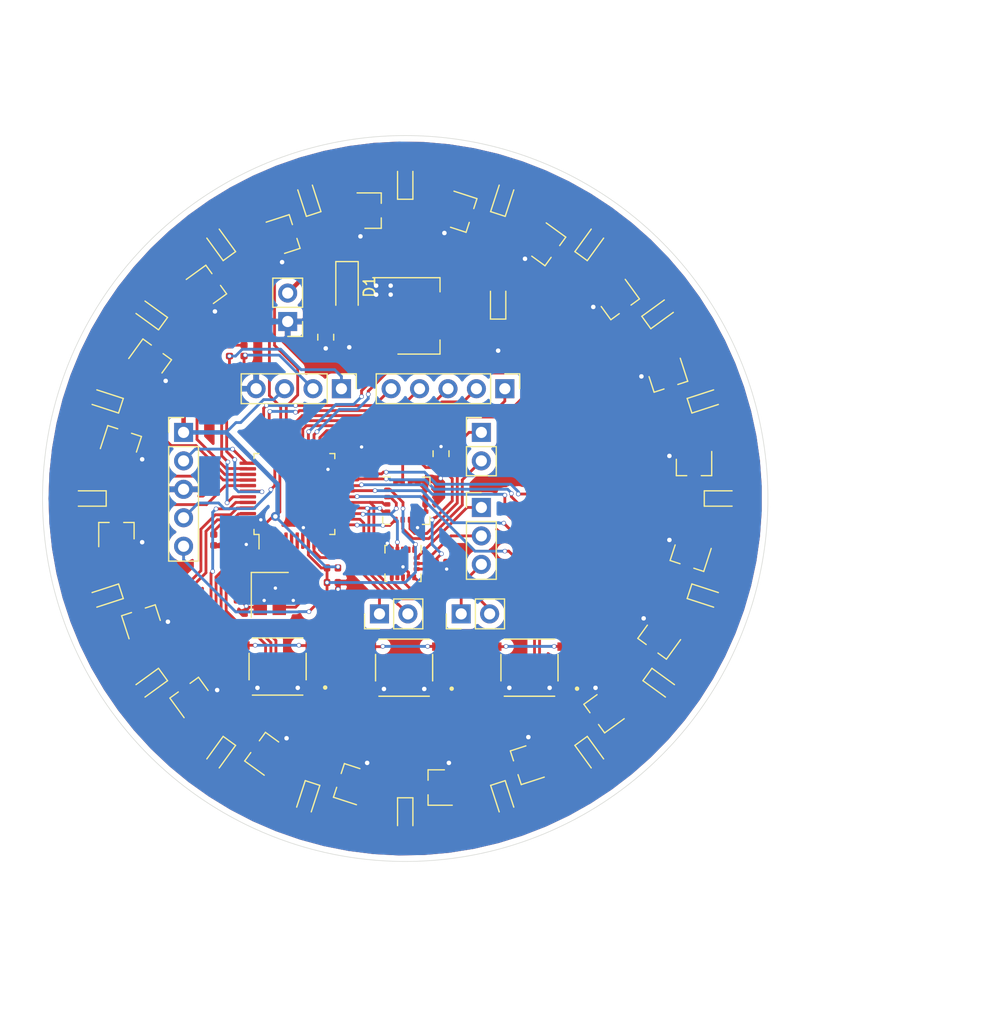
<source format=kicad_pcb>
(kicad_pcb (version 20171130) (host pcbnew "(5.1.5)-3")
  (layers (0 F.Cu signal) (31 B.Cu signal) (34 B.Paste user) (35 F.Paste user) (36 B.SilkS user) (37 F.SilkS user) (38 B.Mask user) (39 F.Mask user) (44 Edge.Cuts user))
  (net 0 "")
  (net 1 GND)
  (net 2 /HSE_IN)
  (net 3 /NRST)
  (net 4 /BOOT0)
  (net 5 "Net-(C4-Pad1)")
  (net 6 /SW1)
  (net 7 +3.3VA)
  (net 8 "Net-(C7-Pad1)")
  (net 9 +3V3)
  (net 10 VCC)
  (net 11 "Net-(D2-Pad1)")
  (net 12 "Net-(D3-Pad1)")
  (net 13 "Net-(D4-Pad1)")
  (net 14 "Net-(D5-Pad1)")
  (net 15 "Net-(D6-Pad1)")
  (net 16 "Net-(D7-Pad1)")
  (net 17 "Net-(D8-Pad1)")
  (net 18 "Net-(D9-Pad1)")
  (net 19 "Net-(D10-Pad1)")
  (net 20 "Net-(D11-Pad1)")
  (net 21 "Net-(D12-Pad1)")
  (net 22 "Net-(D13-Pad1)")
  (net 23 "Net-(D14-Pad1)")
  (net 24 "Net-(D15-Pad1)")
  (net 25 "Net-(D16-Pad1)")
  (net 26 "Net-(D17-Pad1)")
  (net 27 "Net-(D18-Pad1)")
  (net 28 "Net-(D19-Pad1)")
  (net 29 "Net-(D20-Pad1)")
  (net 30 "Net-(D21-Pad1)")
  (net 31 "Net-(D22-Pad1)")
  (net 32 /IO5)
  (net 33 /IO4)
  (net 34 /IO3)
  (net 35 /IO2)
  (net 36 /IO1)
  (net 37 /SWDIO)
  (net 38 /SWCLK)
  (net 39 /ADC2)
  (net 40 /ADC1)
  (net 41 "Net-(J6-Pad2)")
  (net 42 "Net-(J6-Pad1)")
  (net 43 "Net-(J7-Pad2)")
  (net 44 "Net-(J7-Pad1)")
  (net 45 "Net-(J8-Pad3)")
  (net 46 "Net-(J8-Pad2)")
  (net 47 "Net-(J8-Pad1)")
  (net 48 "Net-(Q1-Pad3)")
  (net 49 /LED1)
  (net 50 "Net-(Q2-Pad3)")
  (net 51 /LED2)
  (net 52 "Net-(Q3-Pad3)")
  (net 53 /LED3)
  (net 54 "Net-(Q4-Pad3)")
  (net 55 /LED4)
  (net 56 "Net-(Q5-Pad3)")
  (net 57 /LED5)
  (net 58 "Net-(Q6-Pad3)")
  (net 59 /LED6)
  (net 60 "Net-(Q7-Pad3)")
  (net 61 /LED7)
  (net 62 "Net-(Q8-Pad3)")
  (net 63 /LED8)
  (net 64 "Net-(Q9-Pad3)")
  (net 65 /LED9)
  (net 66 "Net-(Q10-Pad3)")
  (net 67 /LED10)
  (net 68 "Net-(Q11-Pad3)")
  (net 69 /LED11)
  (net 70 "Net-(Q12-Pad3)")
  (net 71 /LED12)
  (net 72 "Net-(Q13-Pad3)")
  (net 73 /LED13)
  (net 74 "Net-(Q14-Pad3)")
  (net 75 /LED14)
  (net 76 "Net-(Q15-Pad3)")
  (net 77 /LED15)
  (net 78 "Net-(Q16-Pad3)")
  (net 79 /LED16)
  (net 80 "Net-(Q17-Pad3)")
  (net 81 /LED17)
  (net 82 "Net-(Q18-Pad3)")
  (net 83 /LED18)
  (net 84 "Net-(Q19-Pad3)")
  (net 85 /LED19)
  (net 86 "Net-(Q20-Pad3)")
  (net 87 /LED20)
  (net 88 /HSE_OUT)
  (net 89 /SDA)
  (net 90 /SCL)
  (net 91 /MOSI)
  (net 92 /MISO)
  (net 93 /SCK)
  (net 94 /CS1)
  (net 95 /CS2)
  (net 96 "Net-(U4-Pad3)")
  (net 97 "Net-(U4-Pad2)")
  (module Resistor_SMD:R_0402_1005Metric (layer F.Cu) (at 105.2 107.8 270)
    (fp_text reference R4 hide)
    (fp_text value 10k)
    (pad 2 smd roundrect (at 0.485 0 270) (size 0.59 0.64) (layers F.Cu F.Paste F.Mask) (net 89 /SDA))
    (pad 1 smd roundrect (at -0.485 0 270) (size 0.59 0.64) (layers F.Cu F.Paste F.Mask) (net 9 +3V3))
  )
  (module Capacitor_SMD:C_0402_1005Metric (layer F.Cu) (at 105 124.7 270)
    (fp_text reference C17 hide)
    (fp_text value 100n)
    (pad 2 smd roundrect (at 0.485 0 270) (size 0.59 0.64) (layers F.Cu F.Paste F.Mask) (net 1 GND))
    (pad 1 smd roundrect (at -0.485 0 270) (size 0.59 0.64) (layers F.Cu F.Paste F.Mask) (net 9 +3V3))
  )
  (module Capacitor_SMD:C_0402_1005Metric (layer F.Cu) (at 103.8 124.7 270)
    (fp_text reference C16 hide)
    (fp_text value 100n)
    (pad 2 smd roundrect (at 0.485 0 270) (size 0.59 0.64) (layers F.Cu F.Paste F.Mask) (net 1 GND))
    (pad 1 smd roundrect (at -0.485 0 270) (size 0.59 0.64) (layers F.Cu F.Paste F.Mask) (net 9 +3V3))
  )
  (module Capacitor_SMD:C_0402_1005Metric (layer F.Cu) (at 119.6 117.2 90)
    (fp_text reference C15 hide)
    (fp_text value 100n)
    (pad 2 smd roundrect (at 0.485 0 90) (size 0.59 0.64) (layers F.Cu F.Paste F.Mask) (net 1 GND))
    (pad 1 smd roundrect (at -0.485 0 90) (size 0.59 0.64) (layers F.Cu F.Paste F.Mask) (net 9 +3V3))
  )
  (module Capacitor_SMD:C_0805_2012Metric (layer F.Cu) (at 124.1 117 90)
    (fp_text reference C14 hide)
    (fp_text value 10u_25v)
    (pad 2 smd roundrect (at 0.9375 0 90) (size 0.975 1.4) (layers F.Cu F.Paste F.Mask) (net 1 GND))
    (pad 1 smd roundrect (at -0.9375 0 90) (size 0.975 1.4) (layers F.Cu F.Paste F.Mask) (net 9 +3V3))
  )
  (module Crystal:Crystal_SMD_3225-4Pin_3.2x2.5mm (layer F.Cu) (at 108.8 129.6 270)
    (fp_text reference Y1 hide)
    (fp_text value 16MHz)
    (pad 4 smd rect (at -1.1 -0.85 270) (size 1.4 1.2) (layers F.Cu F.Paste F.Mask) (net 1 GND))
    (pad 3 smd rect (at 1.1 -0.85 270) (size 1.4 1.2) (layers F.Cu F.Paste F.Mask) (net 5 "Net-(C4-Pad1)"))
    (pad 2 smd rect (at 1.1 0.85 270) (size 1.4 1.2) (layers F.Cu F.Paste F.Mask) (net 1 GND))
    (pad 1 smd rect (at -1.1 0.85 270) (size 1.4 1.2) (layers F.Cu F.Paste F.Mask) (net 2 /HSE_IN))
  )
  (module Package_LGA:LGA-16_3x3mm_P0.5mm_LayoutBorder3x5y (layer F.Cu) (at 120.7 126.8 270)
    (fp_text reference U4 hide)
    (fp_text value LIS3DH)
    (pad 16 smd roundrect (at -0.5 -1.225 270) (size 0.35 0.55) (layers F.Cu F.Paste F.Mask) (net 47 "Net-(J8-Pad1)"))
    (pad 15 smd roundrect (at 0 -1.225 270) (size 0.35 0.55) (layers F.Cu F.Paste F.Mask) (net 46 "Net-(J8-Pad2)"))
    (pad 14 smd roundrect (at 0.5 -1.225 270) (size 0.35 0.55) (layers F.Cu F.Paste F.Mask) (net 9 +3V3))
    (pad 13 smd roundrect (at 1.225 -1 270) (size 0.55 0.35) (layers F.Cu F.Paste F.Mask) (net 45 "Net-(J8-Pad3)"))
    (pad 12 smd roundrect (at 1.225 -0.5 270) (size 0.55 0.35) (layers F.Cu F.Paste F.Mask) (net 1 GND))
    (pad 11 smd roundrect (at 1.225 0 270) (size 0.55 0.35) (layers F.Cu F.Paste F.Mask) (net 41 "Net-(J6-Pad2)"))
    (pad 10 smd roundrect (at 1.225 0.5 270) (size 0.55 0.35) (layers F.Cu F.Paste F.Mask) (net 1 GND))
    (pad 9 smd roundrect (at 1.225 1 270) (size 0.55 0.35) (layers F.Cu F.Paste F.Mask) (net 42 "Net-(J6-Pad1)"))
    (pad 8 smd roundrect (at 0.5 1.225 270) (size 0.35 0.55) (layers F.Cu F.Paste F.Mask) (net 94 /CS1))
    (pad 7 smd roundrect (at 0 1.225 270) (size 0.35 0.55) (layers F.Cu F.Paste F.Mask) (net 92 /MISO))
    (pad 6 smd roundrect (at -0.5 1.225 270) (size 0.35 0.55) (layers F.Cu F.Paste F.Mask) (net 91 /MOSI))
    (pad 5 smd roundrect (at -1.225 1 270) (size 0.55 0.35) (layers F.Cu F.Paste F.Mask) (net 1 GND))
    (pad 4 smd roundrect (at -1.225 0.5 270) (size 0.55 0.35) (layers F.Cu F.Paste F.Mask) (net 93 /SCK))
    (pad 3 smd roundrect (at -1.225 0 270) (size 0.55 0.35) (layers F.Cu F.Paste F.Mask) (net 96 "Net-(U4-Pad3)"))
    (pad 2 smd roundrect (at -1.225 -0.5 270) (size 0.55 0.35) (layers F.Cu F.Paste F.Mask) (net 97 "Net-(U4-Pad2)"))
    (pad 1 smd roundrect (at -1.225 -1 270) (size 0.55 0.35) (layers F.Cu F.Paste F.Mask) (net 7 +3.3VA))
  )
  (module Package_LGA:LGA-16_4x4mm_P0.65mm_LayoutBorder4x4y (layer F.Cu) (at 121 121.2)
    (fp_text reference U3 hide)
    (fp_text value L3GD20)
    (pad 16 smd roundrect (at -0.975 -1.7) (size 0.4 0.55) (layers F.Cu F.Paste F.Mask) (net 9 +3V3))
    (pad 15 smd roundrect (at -0.325 -1.7) (size 0.4 0.55) (layers F.Cu F.Paste F.Mask) (net 9 +3V3))
    (pad 14 smd roundrect (at 0.325 -1.7) (size 0.4 0.55) (layers F.Cu F.Paste F.Mask) (net 1 GND))
    (pad 13 smd roundrect (at 0.975 -1.7) (size 0.4 0.55) (layers F.Cu F.Paste F.Mask) (net 1 GND))
    (pad 12 smd roundrect (at 1.7 -0.975) (size 0.55 0.4) (layers F.Cu F.Paste F.Mask) (net 1 GND))
    (pad 11 smd roundrect (at 1.7 -0.325) (size 0.55 0.4) (layers F.Cu F.Paste F.Mask) (net 1 GND))
    (pad 10 smd roundrect (at 1.7 0.325) (size 0.55 0.4) (layers F.Cu F.Paste F.Mask) (net 1 GND))
    (pad 9 smd roundrect (at 1.7 0.975) (size 0.55 0.4) (layers F.Cu F.Paste F.Mask) (net 1 GND))
    (pad 8 smd roundrect (at 0.975 1.7) (size 0.4 0.55) (layers F.Cu F.Paste F.Mask) (net 1 GND))
    (pad 7 smd roundrect (at 0.325 1.7) (size 0.4 0.55) (layers F.Cu F.Paste F.Mask) (net 44 "Net-(J7-Pad1)"))
    (pad 6 smd roundrect (at -0.325 1.7) (size 0.4 0.55) (layers F.Cu F.Paste F.Mask) (net 43 "Net-(J7-Pad2)"))
    (pad 5 smd roundrect (at -0.975 1.7) (size 0.4 0.55) (layers F.Cu F.Paste F.Mask) (net 95 /CS2))
    (pad 4 smd roundrect (at -1.7 0.975) (size 0.55 0.4) (layers F.Cu F.Paste F.Mask) (net 92 /MISO))
    (pad 3 smd roundrect (at -1.7 0.325) (size 0.55 0.4) (layers F.Cu F.Paste F.Mask) (net 91 /MOSI))
    (pad 2 smd roundrect (at -1.7 -0.325) (size 0.55 0.4) (layers F.Cu F.Paste F.Mask) (net 93 /SCK))
    (pad 1 smd roundrect (at -1.7 -0.975) (size 0.55 0.4) (layers F.Cu F.Paste F.Mask) (net 7 +3.3VA))
  )
  (module Package_TO_SOT_SMD:SOT-223-3_TabPin2 (layer F.Cu) (at 122.1 104.7)
    (fp_text reference U2 hide)
    (fp_text value AMS1117-3.3)
    (pad 1 smd rect (at -3.15 -2.3) (size 2 1.5) (layers F.Cu F.Paste F.Mask) (net 1 GND))
    (pad 3 smd rect (at -3.15 2.3) (size 2 1.5) (layers F.Cu F.Paste F.Mask) (net 8 "Net-(C7-Pad1)"))
    (pad 2 smd rect (at -3.15 0) (size 2 1.5) (layers F.Cu F.Paste F.Mask) (net 9 +3V3))
    (pad 2 smd rect (at 3.15 0) (size 2 3.8) (layers F.Cu F.Paste F.Mask) (net 9 +3V3))
  )
  (module Package_QFP:LQFP-48_7x7mm_P0.5mm (layer F.Cu) (at 111 120.6 90)
    (fp_text reference U1 hide)
    (fp_text value STM32F030C8Tx)
    (pad 48 smd roundrect (at -2.75 -4.1625 90) (size 0.3 1.475) (layers F.Cu F.Paste F.Mask) (net 9 +3V3))
    (pad 47 smd roundrect (at -2.25 -4.1625 90) (size 0.3 1.475) (layers F.Cu F.Paste F.Mask) (net 1 GND))
    (pad 46 smd roundrect (at -1.75 -4.1625 90) (size 0.3 1.475) (layers F.Cu F.Paste F.Mask) (net 67 /LED10))
    (pad 45 smd roundrect (at -1.25 -4.1625 90) (size 0.3 1.475) (layers F.Cu F.Paste F.Mask) (net 69 /LED11))
    (pad 44 smd roundrect (at -0.75 -4.1625 90) (size 0.3 1.475) (layers F.Cu F.Paste F.Mask) (net 4 /BOOT0))
    (pad 43 smd roundrect (at -0.25 -4.1625 90) (size 0.3 1.475) (layers F.Cu F.Paste F.Mask) (net 89 /SDA))
    (pad 42 smd roundrect (at 0.25 -4.1625 90) (size 0.3 1.475) (layers F.Cu F.Paste F.Mask) (net 90 /SCL))
    (pad 41 smd roundrect (at 0.75 -4.1625 90) (size 0.3 1.475) (layers F.Cu F.Paste F.Mask) (net 65 /LED9))
    (pad 40 smd roundrect (at 1.25 -4.1625 90) (size 0.3 1.475) (layers F.Cu F.Paste F.Mask) (net 63 /LED8))
    (pad 39 smd roundrect (at 1.75 -4.1625 90) (size 0.3 1.475) (layers F.Cu F.Paste F.Mask) (net 61 /LED7))
    (pad 38 smd roundrect (at 2.25 -4.1625 90) (size 0.3 1.475) (layers F.Cu F.Paste F.Mask) (net 83 /LED18))
    (pad 37 smd roundrect (at 2.75 -4.1625 90) (size 0.3 1.475) (layers F.Cu F.Paste F.Mask) (net 38 /SWCLK))
    (pad 36 smd roundrect (at 4.1625 -2.75 90) (size 1.475 0.3) (layers F.Cu F.Paste F.Mask) (net 32 /IO5))
    (pad 35 smd roundrect (at 4.1625 -2.25 90) (size 1.475 0.3) (layers F.Cu F.Paste F.Mask) (net 33 /IO4))
    (pad 34 smd roundrect (at 4.1625 -1.75 90) (size 1.475 0.3) (layers F.Cu F.Paste F.Mask) (net 37 /SWDIO))
    (pad 33 smd roundrect (at 4.1625 -1.25 90) (size 1.475 0.3) (layers F.Cu F.Paste F.Mask) (net 85 /LED19))
    (pad 32 smd roundrect (at 4.1625 -0.75 90) (size 1.475 0.3) (layers F.Cu F.Paste F.Mask) (net 87 /LED20))
    (pad 31 smd roundrect (at 4.1625 -0.25 90) (size 1.475 0.3) (layers F.Cu F.Paste F.Mask) (net 34 /IO3))
    (pad 30 smd roundrect (at 4.1625 0.25 90) (size 1.475 0.3) (layers F.Cu F.Paste F.Mask) (net 35 /IO2))
    (pad 29 smd roundrect (at 4.1625 0.75 90) (size 1.475 0.3) (layers F.Cu F.Paste F.Mask) (net 36 /IO1))
    (pad 28 smd roundrect (at 4.1625 1.25 90) (size 1.475 0.3) (layers F.Cu F.Paste F.Mask) (net 81 /LED17))
    (pad 27 smd roundrect (at 4.1625 1.75 90) (size 1.475 0.3) (layers F.Cu F.Paste F.Mask) (net 77 /LED15))
    (pad 26 smd roundrect (at 4.1625 2.25 90) (size 1.475 0.3) (layers F.Cu F.Paste F.Mask) (net 71 /LED12))
    (pad 25 smd roundrect (at 4.1625 2.75 90) (size 1.475 0.3) (layers F.Cu F.Paste F.Mask) (net 75 /LED14))
    (pad 24 smd roundrect (at 2.75 4.1625 90) (size 0.3 1.475) (layers F.Cu F.Paste F.Mask) (net 9 +3V3))
    (pad 23 smd roundrect (at 2.25 4.1625 90) (size 0.3 1.475) (layers F.Cu F.Paste F.Mask) (net 1 GND))
    (pad 22 smd roundrect (at 1.75 4.1625 90) (size 0.3 1.475) (layers F.Cu F.Paste F.Mask) (net 79 /LED16))
    (pad 21 smd roundrect (at 1.25 4.1625 90) (size 0.3 1.475) (layers F.Cu F.Paste F.Mask) (net 73 /LED13))
    (pad 20 smd roundrect (at 0.75 4.1625 90) (size 0.3 1.475) (layers F.Cu F.Paste F.Mask) (net 59 /LED6))
    (pad 19 smd roundrect (at 0.25 4.1625 90) (size 0.3 1.475) (layers F.Cu F.Paste F.Mask) (net 57 /LED5))
    (pad 18 smd roundrect (at -0.25 4.1625 90) (size 0.3 1.475) (layers F.Cu F.Paste F.Mask) (net 55 /LED4))
    (pad 17 smd roundrect (at -0.75 4.1625 90) (size 0.3 1.475) (layers F.Cu F.Paste F.Mask) (net 91 /MOSI))
    (pad 16 smd roundrect (at -1.25 4.1625 90) (size 0.3 1.475) (layers F.Cu F.Paste F.Mask) (net 92 /MISO))
    (pad 15 smd roundrect (at -1.75 4.1625 90) (size 0.3 1.475) (layers F.Cu F.Paste F.Mask) (net 93 /SCK))
    (pad 14 smd roundrect (at -2.25 4.1625 90) (size 0.3 1.475) (layers F.Cu F.Paste F.Mask) (net 94 /CS1))
    (pad 13 smd roundrect (at -2.75 4.1625 90) (size 0.3 1.475) (layers F.Cu F.Paste F.Mask) (net 95 /CS2))
    (pad 12 smd roundrect (at -4.1625 2.75 90) (size 1.475 0.3) (layers F.Cu F.Paste F.Mask) (net 6 /SW1))
    (pad 11 smd roundrect (at -4.1625 2.25 90) (size 1.475 0.3) (layers F.Cu F.Paste F.Mask) (net 39 /ADC2))
    (pad 10 smd roundrect (at -4.1625 1.75 90) (size 1.475 0.3) (layers F.Cu F.Paste F.Mask) (net 40 /ADC1))
    (pad 9 smd roundrect (at -4.1625 1.25 90) (size 1.475 0.3) (layers F.Cu F.Paste F.Mask) (net 7 +3.3VA))
    (pad 8 smd roundrect (at -4.1625 0.75 90) (size 1.475 0.3) (layers F.Cu F.Paste F.Mask) (net 1 GND))
    (pad 7 smd roundrect (at -4.1625 0.25 90) (size 1.475 0.3) (layers F.Cu F.Paste F.Mask) (net 3 /NRST))
    (pad 6 smd roundrect (at -4.1625 -0.25 90) (size 1.475 0.3) (layers F.Cu F.Paste F.Mask) (net 88 /HSE_OUT))
    (pad 5 smd roundrect (at -4.1625 -0.75 90) (size 1.475 0.3) (layers F.Cu F.Paste F.Mask) (net 2 /HSE_IN))
    (pad 4 smd roundrect (at -4.1625 -1.25 90) (size 1.475 0.3) (layers F.Cu F.Paste F.Mask) (net 53 /LED3))
    (pad 3 smd roundrect (at -4.1625 -1.75 90) (size 1.475 0.3) (layers F.Cu F.Paste F.Mask) (net 51 /LED2))
    (pad 2 smd roundrect (at -4.1625 -2.25 90) (size 1.475 0.3) (layers F.Cu F.Paste F.Mask) (net 49 /LED1))
    (pad 1 smd roundrect (at -4.1625 -2.75 90) (size 1.475 0.3) (layers F.Cu F.Paste F.Mask) (net 9 +3V3))
  )
  (module LCSC:SW_TS-1187A-B-A-B (layer F.Cu) (at 132 136.1 180)
    (fp_text reference SW3 hide)
    (fp_text value SPT)
    (pad D smd rect (at 3 1.875 180) (size 1 0.75) (layers F.Cu F.Paste F.Mask) (net 6 /SW1))
    (pad C smd rect (at -3 1.875 180) (size 1 0.75) (layers F.Cu F.Paste F.Mask) (net 6 /SW1))
    (pad B smd rect (at 3 -1.875 180) (size 1 0.75) (layers F.Cu F.Paste F.Mask) (net 1 GND))
    (pad A smd rect (at -3 -1.875 180) (size 1 0.75) (layers F.Cu F.Paste F.Mask) (net 1 GND))
  )
  (module LCSC:SW_TS-1187A-B-A-B (layer F.Cu) (at 109.5 136 180)
    (fp_text reference SW2 hide)
    (fp_text value SPT)
    (pad D smd rect (at 3 1.875 180) (size 1 0.75) (layers F.Cu F.Paste F.Mask) (net 4 /BOOT0))
    (pad C smd rect (at -3 1.875 180) (size 1 0.75) (layers F.Cu F.Paste F.Mask) (net 4 /BOOT0))
    (pad B smd rect (at 3 -1.875 180) (size 1 0.75) (layers F.Cu F.Paste F.Mask) (net 1 GND))
    (pad A smd rect (at -3 -1.875 180) (size 1 0.75) (layers F.Cu F.Paste F.Mask) (net 1 GND))
  )
  (module LCSC:SW_TS-1187A-B-A-B (layer F.Cu) (at 120.8 136.1 180)
    (fp_text reference SW1 hide)
    (fp_text value SPT)
    (pad D smd rect (at 3 1.875 180) (size 1 0.75) (layers F.Cu F.Paste F.Mask) (net 3 /NRST))
    (pad C smd rect (at -3 1.875 180) (size 1 0.75) (layers F.Cu F.Paste F.Mask) (net 3 /NRST))
    (pad B smd rect (at 3 -1.875 180) (size 1 0.75) (layers F.Cu F.Paste F.Mask) (net 1 GND))
    (pad A smd rect (at -3 -1.875 180) (size 1 0.75) (layers F.Cu F.Paste F.Mask) (net 1 GND))
  )
  (module Resistor_SMD:R_0402_1005Metric (layer F.Cu) (at 120.9 95.9 270)
    (fp_text reference R27 hide)
    (fp_text value 75)
    (pad 2 smd roundrect (at 0.485 0 270) (size 0.59 0.64) (layers F.Cu F.Paste F.Mask) (net 86 "Net-(Q20-Pad3)"))
    (pad 1 smd roundrect (at -0.485 0 270) (size 0.59 0.64) (layers F.Cu F.Paste F.Mask) (net 31 "Net-(D22-Pad1)"))
  )
  (module Resistor_SMD:R_0402_1005Metric (layer F.Cu) (at 113.2 97.1 288)
    (fp_text reference R26 hide)
    (fp_text value 75)
    (pad 2 smd roundrect (at 0.485 0 288) (size 0.59 0.64) (layers F.Cu F.Paste F.Mask) (net 84 "Net-(Q19-Pad3)"))
    (pad 1 smd roundrect (at -0.485 0 288) (size 0.59 0.64) (layers F.Cu F.Paste F.Mask) (net 30 "Net-(D21-Pad1)"))
  )
  (module Resistor_SMD:R_0402_1005Metric (layer F.Cu) (at 106.2 100.7 306)
    (fp_text reference R25 hide)
    (fp_text value 75 hide)
    (pad 2 smd roundrect (at 0.485 0 306) (size 0.59 0.64) (layers F.Cu F.Paste F.Mask) (net 82 "Net-(Q18-Pad3)"))
    (pad 1 smd roundrect (at -0.485 0 306) (size 0.59 0.64) (layers F.Cu F.Paste F.Mask) (net 29 "Net-(D20-Pad1)"))
  )
  (module Resistor_SMD:R_0402_1005Metric (layer F.Cu) (at 128.7 97.1 252)
    (fp_text reference R24 hide)
    (fp_text value 75)
    (pad 2 smd roundrect (at 0.485 0 252) (size 0.59 0.64) (layers F.Cu F.Paste F.Mask) (net 80 "Net-(Q17-Pad3)"))
    (pad 1 smd roundrect (at -0.485 0 252) (size 0.59 0.64) (layers F.Cu F.Paste F.Mask) (net 28 "Net-(D19-Pad1)"))
  )
  (module Resistor_SMD:R_0402_1005Metric (layer F.Cu) (at 146 121 180)
    (fp_text reference R23 hide)
    (fp_text value 75)
    (pad 2 smd roundrect (at 0.485 0 180) (size 0.59 0.64) (layers F.Cu F.Paste F.Mask) (net 78 "Net-(Q16-Pad3)"))
    (pad 1 smd roundrect (at -0.485 0 180) (size 0.59 0.64) (layers F.Cu F.Paste F.Mask) (net 27 "Net-(D18-Pad1)"))
  )
  (module Resistor_SMD:R_0402_1005Metric (layer F.Cu) (at 135.7 100.7 234)
    (fp_text reference R22 hide)
    (fp_text value 75)
    (pad 2 smd roundrect (at 0.485 0 234) (size 0.59 0.64) (layers F.Cu F.Paste F.Mask) (net 76 "Net-(Q15-Pad3)"))
    (pad 1 smd roundrect (at -0.485 0 234) (size 0.59 0.64) (layers F.Cu F.Paste F.Mask) (net 26 "Net-(D17-Pad1)"))
  )
  (module Resistor_SMD:R_0402_1005Metric (layer F.Cu) (at 144.8 113.3 198)
    (fp_text reference R21 hide)
    (fp_text value 75)
    (pad 2 smd roundrect (at 0.485 0 198) (size 0.59 0.64) (layers F.Cu F.Paste F.Mask) (net 74 "Net-(Q14-Pad3)"))
    (pad 1 smd roundrect (at -0.485 0 198) (size 0.59 0.64) (layers F.Cu F.Paste F.Mask) (net 25 "Net-(D16-Pad1)"))
  )
  (module Resistor_SMD:R_0402_1005Metric (layer F.Cu) (at 144.8 128.8 162)
    (fp_text reference R20 hide)
    (fp_text value 75)
    (pad 2 smd roundrect (at 0.485 0 162) (size 0.59 0.64) (layers F.Cu F.Paste F.Mask) (net 72 "Net-(Q13-Pad3)"))
    (pad 1 smd roundrect (at -0.485 0 162) (size 0.59 0.64) (layers F.Cu F.Paste F.Mask) (net 24 "Net-(D15-Pad1)"))
  )
  (module Resistor_SMD:R_0402_1005Metric (layer F.Cu) (at 141.2 106.2 216)
    (fp_text reference R19 hide)
    (fp_text value 75 hide)
    (pad 2 smd roundrect (at 0.485 0 216) (size 0.59 0.64) (layers F.Cu F.Paste F.Mask) (net 70 "Net-(Q12-Pad3)"))
    (pad 1 smd roundrect (at -0.485 0 216) (size 0.59 0.64) (layers F.Cu F.Paste F.Mask) (net 23 "Net-(D14-Pad1)"))
  )
  (module Resistor_SMD:R_0402_1005Metric (layer F.Cu) (at 97 128.8 18)
    (fp_text reference R18 hide)
    (fp_text value 75)
    (pad 2 smd roundrect (at 0.485 0 18) (size 0.59 0.64) (layers F.Cu F.Paste F.Mask) (net 68 "Net-(Q11-Pad3)"))
    (pad 1 smd roundrect (at -0.485 0 18) (size 0.59 0.64) (layers F.Cu F.Paste F.Mask) (net 22 "Net-(D13-Pad1)"))
  )
  (module Resistor_SMD:R_0402_1005Metric (layer F.Cu) (at 100.6 135.8 36)
    (fp_text reference R17 hide)
    (fp_text value 75)
    (pad 2 smd roundrect (at 0.485 0 36) (size 0.59 0.64) (layers F.Cu F.Paste F.Mask) (net 66 "Net-(Q10-Pad3)"))
    (pad 1 smd roundrect (at -0.485 0 36) (size 0.59 0.64) (layers F.Cu F.Paste F.Mask) (net 21 "Net-(D12-Pad1)"))
  )
  (module Resistor_SMD:R_0402_1005Metric (layer F.Cu) (at 95.8 121)
    (fp_text reference R16 hide)
    (fp_text value 75)
    (pad 2 smd roundrect (at 0.485 0) (size 0.59 0.64) (layers F.Cu F.Paste F.Mask) (net 64 "Net-(Q9-Pad3)"))
    (pad 1 smd roundrect (at -0.485 0) (size 0.59 0.64) (layers F.Cu F.Paste F.Mask) (net 20 "Net-(D11-Pad1)"))
  )
  (module Resistor_SMD:R_0402_1005Metric (layer F.Cu) (at 97 113.2 342)
    (fp_text reference R15 hide)
    (fp_text value 75)
    (pad 2 smd roundrect (at 0.485 0 342) (size 0.59 0.64) (layers F.Cu F.Paste F.Mask) (net 62 "Net-(Q8-Pad3)"))
    (pad 1 smd roundrect (at -0.485 0 342) (size 0.59 0.64) (layers F.Cu F.Paste F.Mask) (net 19 "Net-(D10-Pad1)"))
  )
  (module Resistor_SMD:R_0402_1005Metric (layer F.Cu) (at 100.5 106.3 324)
    (fp_text reference R14 hide)
    (fp_text value 75)
    (pad 2 smd roundrect (at 0.485 0 324) (size 0.59 0.64) (layers F.Cu F.Paste F.Mask) (net 60 "Net-(Q7-Pad3)"))
    (pad 1 smd roundrect (at -0.485 0 324) (size 0.59 0.64) (layers F.Cu F.Paste F.Mask) (net 18 "Net-(D9-Pad1)"))
  )
  (module Resistor_SMD:R_0402_1005Metric (layer F.Cu) (at 141.3 135.8 144)
    (fp_text reference R13 hide)
    (fp_text value 75)
    (pad 2 smd roundrect (at 0.485 0 144) (size 0.59 0.64) (layers F.Cu F.Paste F.Mask) (net 58 "Net-(Q6-Pad3)"))
    (pad 1 smd roundrect (at -0.485 0 144) (size 0.59 0.64) (layers F.Cu F.Paste F.Mask) (net 17 "Net-(D8-Pad1)"))
  )
  (module Resistor_SMD:R_0402_1005Metric (layer F.Cu) (at 135.7 141.3 126)
    (fp_text reference R12 hide)
    (fp_text value 75)
    (pad 2 smd roundrect (at 0.485 0 126) (size 0.59 0.64) (layers F.Cu F.Paste F.Mask) (net 56 "Net-(Q5-Pad3)"))
    (pad 1 smd roundrect (at -0.485 0 126) (size 0.59 0.64) (layers F.Cu F.Paste F.Mask) (net 16 "Net-(D7-Pad1)"))
  )
  (module Resistor_SMD:R_0402_1005Metric (layer F.Cu) (at 128.7 144.9 108)
    (fp_text reference R11 hide)
    (fp_text value 75)
    (pad 2 smd roundrect (at 0.485 0 108) (size 0.59 0.64) (layers F.Cu F.Paste F.Mask) (net 54 "Net-(Q4-Pad3)"))
    (pad 1 smd roundrect (at -0.485 0 108) (size 0.59 0.64) (layers F.Cu F.Paste F.Mask) (net 15 "Net-(D6-Pad1)"))
  )
  (module Resistor_SMD:R_0402_1005Metric (layer F.Cu) (at 120.9 146.2 90)
    (fp_text reference R10 hide)
    (fp_text value 75)
    (pad 2 smd roundrect (at 0.485 0 90) (size 0.59 0.64) (layers F.Cu F.Paste F.Mask) (net 52 "Net-(Q3-Pad3)"))
    (pad 1 smd roundrect (at -0.485 0 90) (size 0.59 0.64) (layers F.Cu F.Paste F.Mask) (net 14 "Net-(D5-Pad1)"))
  )
  (module Resistor_SMD:R_0402_1005Metric (layer F.Cu) (at 113.1 144.9 72)
    (fp_text reference R9 hide)
    (fp_text value 75)
    (pad 2 smd roundrect (at 0.485 0 72) (size 0.59 0.64) (layers F.Cu F.Paste F.Mask) (net 50 "Net-(Q2-Pad3)"))
    (pad 1 smd roundrect (at -0.485 0 72) (size 0.59 0.64) (layers F.Cu F.Paste F.Mask) (net 13 "Net-(D4-Pad1)"))
  )
  (module Resistor_SMD:R_0402_1005Metric (layer F.Cu) (at 106.2 141.3 54)
    (fp_text reference R8 hide)
    (fp_text value 75)
    (pad 2 smd roundrect (at 0.485 0 54) (size 0.59 0.64) (layers F.Cu F.Paste F.Mask) (net 48 "Net-(Q1-Pad3)"))
    (pad 1 smd roundrect (at -0.485 0 54) (size 0.59 0.64) (layers F.Cu F.Paste F.Mask) (net 12 "Net-(D3-Pad1)"))
  )
  (module Resistor_SMD:R_0402_1005Metric (layer F.Cu) (at 129.2 106.3 270)
    (fp_text reference R7 hide)
    (fp_text value 75)
    (pad 2 smd roundrect (at 0.485 0 270) (size 0.59 0.64) (layers F.Cu F.Paste F.Mask) (net 1 GND))
    (pad 1 smd roundrect (at -0.485 0 270) (size 0.59 0.64) (layers F.Cu F.Paste F.Mask) (net 11 "Net-(D2-Pad1)"))
  )
  (module Resistor_SMD:R_0402_1005Metric (layer F.Cu) (at 127.4 136.1 90)
    (fp_text reference R6 hide)
    (fp_text value 1k)
    (pad 2 smd roundrect (at 0.485 0 90) (size 0.59 0.64) (layers F.Cu F.Paste F.Mask) (net 6 /SW1))
    (pad 1 smd roundrect (at -0.485 0 90) (size 0.59 0.64) (layers F.Cu F.Paste F.Mask) (net 9 +3V3))
  )
  (module Resistor_SMD:R_0402_1005Metric (layer F.Cu) (at 106.5 107.8 270)
    (fp_text reference R5 hide)
    (fp_text value 10k)
    (pad 2 smd roundrect (at 0.485 0 270) (size 0.59 0.64) (layers F.Cu F.Paste F.Mask) (net 90 /SCL))
    (pad 1 smd roundrect (at -0.485 0 270) (size 0.59 0.64) (layers F.Cu F.Paste F.Mask) (net 9 +3V3))
  )
  (module Resistor_SMD:R_0402_1005Metric (layer F.Cu) (at 111.4 127.4 270)
    (fp_text reference R3 hide)
    (fp_text value 47)
    (pad 2 smd roundrect (at 0.485 0 270) (size 0.59 0.64) (layers F.Cu F.Paste F.Mask) (net 5 "Net-(C4-Pad1)"))
    (pad 1 smd roundrect (at -0.485 0 270) (size 0.59 0.64) (layers F.Cu F.Paste F.Mask) (net 88 /HSE_OUT))
  )
  (module Resistor_SMD:R_0402_1005Metric (layer F.Cu) (at 104.8 136 90)
    (fp_text reference R2 hide)
    (fp_text value 1k)
    (pad 2 smd roundrect (at 0.485 0 90) (size 0.59 0.64) (layers F.Cu F.Paste F.Mask) (net 4 /BOOT0))
    (pad 1 smd roundrect (at -0.485 0 90) (size 0.59 0.64) (layers F.Cu F.Paste F.Mask) (net 9 +3V3))
  )
  (module Resistor_SMD:R_0402_1005Metric (layer F.Cu) (at 116.2 136.1 90)
    (fp_text reference R1 hide)
    (fp_text value 1k)
    (pad 2 smd roundrect (at 0.485 0 90) (size 0.59 0.64) (layers F.Cu F.Paste F.Mask) (net 3 /NRST))
    (pad 1 smd roundrect (at -0.485 0 90) (size 0.59 0.64) (layers F.Cu F.Paste F.Mask) (net 9 +3V3))
  )
  (module Package_TO_SOT_SMD:SOT-23 (layer F.Cu) (at 118 95.3)
    (fp_text reference Q20 hide)
    (fp_text value 2N7002)
    (pad 3 smd rect (at 1 0) (size 0.9 0.8) (layers F.Cu F.Paste F.Mask) (net 86 "Net-(Q20-Pad3)"))
    (pad 2 smd rect (at -1 0.95) (size 0.9 0.8) (layers F.Cu F.Paste F.Mask) (net 1 GND))
    (pad 1 smd rect (at -1 -0.95) (size 0.9 0.8) (layers F.Cu F.Paste F.Mask) (net 87 /LED20))
  )
  (module Package_TO_SOT_SMD:SOT-23 (layer F.Cu) (at 110.3 97.4 18)
    (fp_text reference Q19 hide)
    (fp_text value 2N7002 hide)
    (pad 3 smd rect (at 1 0 18) (size 0.9 0.8) (layers F.Cu F.Paste F.Mask) (net 84 "Net-(Q19-Pad3)"))
    (pad 2 smd rect (at -1 0.95 18) (size 0.9 0.8) (layers F.Cu F.Paste F.Mask) (net 1 GND))
    (pad 1 smd rect (at -1 -0.95 18) (size 0.9 0.8) (layers F.Cu F.Paste F.Mask) (net 85 /LED19))
  )
  (module Package_TO_SOT_SMD:SOT-23 (layer F.Cu) (at 103.4 101.9 36)
    (fp_text reference Q18 hide)
    (fp_text value 2N7002 hide)
    (pad 3 smd rect (at 1 0 36) (size 0.9 0.8) (layers F.Cu F.Paste F.Mask) (net 82 "Net-(Q18-Pad3)"))
    (pad 2 smd rect (at -1 0.95 36) (size 0.9 0.8) (layers F.Cu F.Paste F.Mask) (net 1 GND))
    (pad 1 smd rect (at -1 -0.95 36) (size 0.9 0.8) (layers F.Cu F.Paste F.Mask) (net 83 /LED18))
  )
  (module Package_TO_SOT_SMD:SOT-23 (layer F.Cu) (at 126.1 95.5 342)
    (fp_text reference Q17 hide)
    (fp_text value 2N7002)
    (pad 3 smd rect (at 1 0 342) (size 0.9 0.8) (layers F.Cu F.Paste F.Mask) (net 80 "Net-(Q17-Pad3)"))
    (pad 2 smd rect (at -1 0.95 342) (size 0.9 0.8) (layers F.Cu F.Paste F.Mask) (net 1 GND))
    (pad 1 smd rect (at -1 -0.95 342) (size 0.9 0.8) (layers F.Cu F.Paste F.Mask) (net 81 /LED17))
  )
  (module Package_TO_SOT_SMD:SOT-23 (layer F.Cu) (at 146.7 118.2 270)
    (fp_text reference Q16 hide)
    (fp_text value 2N7002)
    (pad 3 smd rect (at 1 0 270) (size 0.9 0.8) (layers F.Cu F.Paste F.Mask) (net 78 "Net-(Q16-Pad3)"))
    (pad 2 smd rect (at -1 0.95 270) (size 0.9 0.8) (layers F.Cu F.Paste F.Mask) (net 1 GND))
    (pad 1 smd rect (at -1 -0.95 270) (size 0.9 0.8) (layers F.Cu F.Paste F.Mask) (net 79 /LED16))
  )
  (module Package_TO_SOT_SMD:SOT-23 (layer F.Cu) (at 133.7 98.5 324)
    (fp_text reference Q15 hide)
    (fp_text value 2N7002)
    (pad 3 smd rect (at 1 0 324) (size 0.9 0.8) (layers F.Cu F.Paste F.Mask) (net 76 "Net-(Q15-Pad3)"))
    (pad 2 smd rect (at -1 0.95 324) (size 0.9 0.8) (layers F.Cu F.Paste F.Mask) (net 1 GND))
    (pad 1 smd rect (at -1 -0.95 324) (size 0.9 0.8) (layers F.Cu F.Paste F.Mask) (net 77 /LED15))
  )
  (module Package_TO_SOT_SMD:SOT-23 (layer F.Cu) (at 144.4 110.3 288)
    (fp_text reference Q14 hide)
    (fp_text value 2N7002)
    (pad 3 smd rect (at 1 0 288) (size 0.9 0.8) (layers F.Cu F.Paste F.Mask) (net 74 "Net-(Q14-Pad3)"))
    (pad 2 smd rect (at -1 0.95 288) (size 0.9 0.8) (layers F.Cu F.Paste F.Mask) (net 1 GND))
    (pad 1 smd rect (at -1 -0.95 288) (size 0.9 0.8) (layers F.Cu F.Paste F.Mask) (net 75 /LED14))
  )
  (module Package_TO_SOT_SMD:SOT-23 (layer F.Cu) (at 146.3 126.3 252)
    (fp_text reference Q13 hide)
    (fp_text value 2N7002)
    (pad 3 smd rect (at 1 0 252) (size 0.9 0.8) (layers F.Cu F.Paste F.Mask) (net 72 "Net-(Q13-Pad3)"))
    (pad 2 smd rect (at -1 0.95 252) (size 0.9 0.8) (layers F.Cu F.Paste F.Mask) (net 1 GND))
    (pad 1 smd rect (at -1 -0.95 252) (size 0.9 0.8) (layers F.Cu F.Paste F.Mask) (net 73 /LED13))
  )
  (module Package_TO_SOT_SMD:SOT-23 (layer F.Cu) (at 140.1 103.5 306)
    (fp_text reference Q12 hide)
    (fp_text value 2N7002)
    (pad 3 smd rect (at 1 0 306) (size 0.9 0.8) (layers F.Cu F.Paste F.Mask) (net 70 "Net-(Q12-Pad3)"))
    (pad 2 smd rect (at -1 0.95 306) (size 0.9 0.8) (layers F.Cu F.Paste F.Mask) (net 1 GND))
    (pad 1 smd rect (at -1 -0.95 306) (size 0.9 0.8) (layers F.Cu F.Paste F.Mask) (net 71 /LED12))
  )
  (module Package_TO_SOT_SMD:SOT-23 (layer F.Cu) (at 97.3 131.7 108)
    (fp_text reference Q11 hide)
    (fp_text value 2N7002)
    (pad 3 smd rect (at 1 0 108) (size 0.9 0.8) (layers F.Cu F.Paste F.Mask) (net 68 "Net-(Q11-Pad3)"))
    (pad 2 smd rect (at -1 0.95 108) (size 0.9 0.8) (layers F.Cu F.Paste F.Mask) (net 1 GND))
    (pad 1 smd rect (at -1 -0.95 108) (size 0.9 0.8) (layers F.Cu F.Paste F.Mask) (net 69 /LED11))
  )
  (module Package_TO_SOT_SMD:SOT-23 (layer F.Cu) (at 101.6 138.5 126)
    (fp_text reference Q10 hide)
    (fp_text value 2N7002)
    (pad 3 smd rect (at 1 0 126) (size 0.9 0.8) (layers F.Cu F.Paste F.Mask) (net 66 "Net-(Q10-Pad3)"))
    (pad 2 smd rect (at -1 0.95 126) (size 0.9 0.8) (layers F.Cu F.Paste F.Mask) (net 1 GND))
    (pad 1 smd rect (at -1 -0.95 126) (size 0.9 0.8) (layers F.Cu F.Paste F.Mask) (net 67 /LED10))
  )
  (module Package_TO_SOT_SMD:SOT-23 (layer F.Cu) (at 95.1 123.9 90)
    (fp_text reference Q9 hide)
    (fp_text value 2N7002)
    (pad 3 smd rect (at 1 0 90) (size 0.9 0.8) (layers F.Cu F.Paste F.Mask) (net 64 "Net-(Q9-Pad3)"))
    (pad 2 smd rect (at -1 0.95 90) (size 0.9 0.8) (layers F.Cu F.Paste F.Mask) (net 1 GND))
    (pad 1 smd rect (at -1 -0.95 90) (size 0.9 0.8) (layers F.Cu F.Paste F.Mask) (net 65 /LED9))
  )
  (module Package_TO_SOT_SMD:SOT-23 (layer F.Cu) (at 95.6 115.7 72)
    (fp_text reference Q8 hide)
    (fp_text value 2N7002)
    (pad 3 smd rect (at 1 0 72) (size 0.9 0.8) (layers F.Cu F.Paste F.Mask) (net 62 "Net-(Q8-Pad3)"))
    (pad 2 smd rect (at -1 0.95 72) (size 0.9 0.8) (layers F.Cu F.Paste F.Mask) (net 1 GND))
    (pad 1 smd rect (at -1 -0.95 72) (size 0.9 0.8) (layers F.Cu F.Paste F.Mask) (net 63 /LED8))
  )
  (module Package_TO_SOT_SMD:SOT-23 (layer F.Cu) (at 98.3 108.3 54)
    (fp_text reference Q7 hide)
    (fp_text value 2N7002)
    (pad 3 smd rect (at 1 0 54) (size 0.9 0.8) (layers F.Cu F.Paste F.Mask) (net 60 "Net-(Q7-Pad3)"))
    (pad 2 smd rect (at -1 0.95 54) (size 0.9 0.8) (layers F.Cu F.Paste F.Mask) (net 1 GND))
    (pad 1 smd rect (at -1 -0.95 54) (size 0.9 0.8) (layers F.Cu F.Paste F.Mask) (net 61 /LED7))
  )
  (module Package_TO_SOT_SMD:SOT-23 (layer F.Cu) (at 143.4 133.8 234)
    (fp_text reference Q6 hide)
    (fp_text value 2N7002)
    (pad 3 smd rect (at 1 0 234) (size 0.9 0.8) (layers F.Cu F.Paste F.Mask) (net 58 "Net-(Q6-Pad3)"))
    (pad 2 smd rect (at -1 0.95 234) (size 0.9 0.8) (layers F.Cu F.Paste F.Mask) (net 1 GND))
    (pad 1 smd rect (at -1 -0.95 234) (size 0.9 0.8) (layers F.Cu F.Paste F.Mask) (net 59 /LED6))
  )
  (module Package_TO_SOT_SMD:SOT-23 (layer F.Cu) (at 138.4 140.2 216)
    (fp_text reference Q5 hide)
    (fp_text value 2N7002)
    (pad 3 smd rect (at 1 0 216) (size 0.9 0.8) (layers F.Cu F.Paste F.Mask) (net 56 "Net-(Q5-Pad3)"))
    (pad 2 smd rect (at -1 0.95 216) (size 0.9 0.8) (layers F.Cu F.Paste F.Mask) (net 1 GND))
    (pad 1 smd rect (at -1 -0.95 216) (size 0.9 0.8) (layers F.Cu F.Paste F.Mask) (net 57 /LED5))
  )
  (module Package_TO_SOT_SMD:SOT-23 (layer F.Cu) (at 131.5 144.8 198)
    (fp_text reference Q4 hide)
    (fp_text value 2N7002)
    (pad 3 smd rect (at 1 0 198) (size 0.9 0.8) (layers F.Cu F.Paste F.Mask) (net 54 "Net-(Q4-Pad3)"))
    (pad 2 smd rect (at -1 0.95 198) (size 0.9 0.8) (layers F.Cu F.Paste F.Mask) (net 1 GND))
    (pad 1 smd rect (at -1 -0.95 198) (size 0.9 0.8) (layers F.Cu F.Paste F.Mask) (net 55 /LED4))
  )
  (module Package_TO_SOT_SMD:SOT-23 (layer F.Cu) (at 123.7 146.8 180)
    (fp_text reference Q3 hide)
    (fp_text value 2N7002)
    (pad 3 smd rect (at 1 0 180) (size 0.9 0.8) (layers F.Cu F.Paste F.Mask) (net 52 "Net-(Q3-Pad3)"))
    (pad 2 smd rect (at -1 0.95 180) (size 0.9 0.8) (layers F.Cu F.Paste F.Mask) (net 1 GND))
    (pad 1 smd rect (at -1 -0.95 180) (size 0.9 0.8) (layers F.Cu F.Paste F.Mask) (net 53 /LED3))
  )
  (module Package_TO_SOT_SMD:SOT-23 (layer F.Cu) (at 115.7 146.4 162)
    (fp_text reference Q2 hide)
    (fp_text value 2N7002)
    (pad 3 smd rect (at 1 0 162) (size 0.9 0.8) (layers F.Cu F.Paste F.Mask) (net 50 "Net-(Q2-Pad3)"))
    (pad 2 smd rect (at -1 0.95 162) (size 0.9 0.8) (layers F.Cu F.Paste F.Mask) (net 1 GND))
    (pad 1 smd rect (at -1 -0.95 162) (size 0.9 0.8) (layers F.Cu F.Paste F.Mask) (net 51 /LED2))
  )
  (module Package_TO_SOT_SMD:SOT-23 (layer F.Cu) (at 108.1 143.6 144)
    (fp_text reference Q1 hide)
    (fp_text value 2N7002)
    (pad 3 smd rect (at 1 0 144) (size 0.9 0.8) (layers F.Cu F.Paste F.Mask) (net 48 "Net-(Q1-Pad3)"))
    (pad 2 smd rect (at -1 0.95 144) (size 0.9 0.8) (layers F.Cu F.Paste F.Mask) (net 1 GND))
    (pad 1 smd rect (at -1 -0.95 144) (size 0.9 0.8) (layers F.Cu F.Paste F.Mask) (net 49 /LED1))
  )
  (module Inductor_SMD:L_0402_1005Metric (layer F.Cu) (at 114.4 127.2 180)
    (fp_text reference L1 hide)
    (fp_text value 39n hide)
    (pad 2 smd roundrect (at 0.485 0 180) (size 0.59 0.64) (layers F.Cu F.Paste F.Mask) (net 7 +3.3VA))
    (pad 1 smd roundrect (at -0.485 0 180) (size 0.59 0.64) (layers F.Cu F.Paste F.Mask) (net 9 +3V3))
  )
  (module Connector_PinHeader_2.54mm:PinHeader_1x03_P2.54mm_Vertical (layer F.Cu) (at 127.7 121.8)
    (fp_text reference J8 hide)
    (fp_text value ADC3)
    (pad 3 thru_hole oval (at 0 5.08) (size 1.7 1.7) (drill 1) (layers *.Cu *.Mask) (net 45 "Net-(J8-Pad3)"))
    (pad 2 thru_hole oval (at 0 2.54) (size 1.7 1.7) (drill 1) (layers *.Cu *.Mask) (net 46 "Net-(J8-Pad2)"))
    (pad 1 thru_hole rect (at 0 0) (size 1.7 1.7) (drill 1) (layers *.Cu *.Mask) (net 47 "Net-(J8-Pad1)"))
  )
  (module Connector_PinHeader_2.54mm:PinHeader_1x02_P2.54mm_Vertical (layer F.Cu) (at 127.7 115.1)
    (fp_text reference J7 hide)
    (fp_text value INT2)
    (pad 2 thru_hole oval (at 0 2.54) (size 1.7 1.7) (drill 1) (layers *.Cu *.Mask) (net 43 "Net-(J7-Pad2)"))
    (pad 1 thru_hole rect (at 0 0) (size 1.7 1.7) (drill 1) (layers *.Cu *.Mask) (net 44 "Net-(J7-Pad1)"))
  )
  (module Connector_PinHeader_2.54mm:PinHeader_1x02_P2.54mm_Vertical (layer F.Cu) (at 125.9 131.3 90)
    (fp_text reference J6 hide)
    (fp_text value INT2)
    (pad 2 thru_hole oval (at 0 2.54 90) (size 1.7 1.7) (drill 1) (layers *.Cu *.Mask) (net 41 "Net-(J6-Pad2)"))
    (pad 1 thru_hole rect (at 0 0 90) (size 1.7 1.7) (drill 1) (layers *.Cu *.Mask) (net 42 "Net-(J6-Pad1)"))
  )
  (module Connector_PinHeader_2.54mm:PinHeader_1x02_P2.54mm_Vertical (layer F.Cu) (at 118.6 131.3 90)
    (fp_text reference J5 hide)
    (fp_text value ADC2)
    (pad 2 thru_hole oval (at 0 2.54 90) (size 1.7 1.7) (drill 1) (layers *.Cu *.Mask) (net 39 /ADC2))
    (pad 1 thru_hole rect (at 0 0 90) (size 1.7 1.7) (drill 1) (layers *.Cu *.Mask) (net 40 /ADC1))
  )
  (module Connector_PinHeader_2.54mm:PinHeader_1x05_P2.54mm_Vertical (layer F.Cu) (at 101.1 115.1)
    (fp_text reference J4 hide)
    (fp_text value PROG5)
    (pad 5 thru_hole oval (at 0 10.16) (size 1.7 1.7) (drill 1) (layers *.Cu *.Mask) (net 3 /NRST))
    (pad 4 thru_hole oval (at 0 7.62) (size 1.7 1.7) (drill 1) (layers *.Cu *.Mask) (net 37 /SWDIO))
    (pad 3 thru_hole oval (at 0 5.08) (size 1.7 1.7) (drill 1) (layers *.Cu *.Mask) (net 1 GND))
    (pad 2 thru_hole oval (at 0 2.54) (size 1.7 1.7) (drill 1) (layers *.Cu *.Mask) (net 38 /SWCLK))
    (pad 1 thru_hole rect (at 0 0) (size 1.7 1.7) (drill 1) (layers *.Cu *.Mask) (net 9 +3V3))
  )
  (module Connector_PinHeader_2.54mm:PinHeader_1x02_P2.54mm_Vertical (layer F.Cu) (at 110.4 105.2 180)
    (fp_text reference J3 hide)
    (fp_text value PWR)
    (pad 2 thru_hole oval (at 0 2.54 180) (size 1.7 1.7) (drill 1) (layers *.Cu *.Mask) (net 10 VCC))
    (pad 1 thru_hole rect (at 0 0 180) (size 1.7 1.7) (drill 1) (layers *.Cu *.Mask) (net 1 GND))
  )
  (module Connector_PinHeader_2.54mm:PinHeader_1x05_P2.54mm_Vertical (layer F.Cu) (at 129.8 111.2 270)
    (fp_text reference J2 hide)
    (fp_text value IO5)
    (pad 5 thru_hole oval (at 0 10.16 270) (size 1.7 1.7) (drill 1) (layers *.Cu *.Mask) (net 32 /IO5))
    (pad 4 thru_hole oval (at 0 7.62 270) (size 1.7 1.7) (drill 1) (layers *.Cu *.Mask) (net 33 /IO4))
    (pad 3 thru_hole oval (at 0 5.08 270) (size 1.7 1.7) (drill 1) (layers *.Cu *.Mask) (net 34 /IO3))
    (pad 2 thru_hole oval (at 0 2.54 270) (size 1.7 1.7) (drill 1) (layers *.Cu *.Mask) (net 35 /IO2))
    (pad 1 thru_hole rect (at 0 0 270) (size 1.7 1.7) (drill 1) (layers *.Cu *.Mask) (net 36 /IO1))
  )
  (module Connector_PinHeader_2.54mm:PinHeader_1x04_P2.54mm_Vertical (layer F.Cu) (at 115.2 111.2 270)
    (fp_text reference J1 hide)
    (fp_text value I2C4)
    (pad 4 thru_hole oval (at 0 7.62 270) (size 1.7 1.7) (drill 1) (layers *.Cu *.Mask) (net 1 GND))
    (pad 3 thru_hole oval (at 0 5.08 270) (size 1.7 1.7) (drill 1) (layers *.Cu *.Mask) (net 9 +3V3))
    (pad 2 thru_hole oval (at 0 2.54 270) (size 1.7 1.7) (drill 1) (layers *.Cu *.Mask) (net 90 /SCL))
    (pad 1 thru_hole rect (at 0 0 270) (size 1.7 1.7) (drill 1) (layers *.Cu *.Mask) (net 89 /SDA))
  )
  (module LED_SMD:LED_0603_1608Metric_Castellated (layer F.Cu) (at 120.9 92.6 90)
    (fp_text reference D22 hide)
    (fp_text value LED)
    (pad 2 smd roundrect (at 0.8125 0 90) (size 1.225 0.85) (layers F.Cu F.Paste F.Mask) (net 9 +3V3))
    (pad 1 smd roundrect (at -0.8125 0 90) (size 1.225 0.85) (layers F.Cu F.Paste F.Mask) (net 31 "Net-(D22-Pad1)"))
  )
  (module LED_SMD:LED_0603_1608Metric_Castellated (layer F.Cu) (at 112.2 94 108)
    (fp_text reference D21 hide)
    (fp_text value LED)
    (pad 2 smd roundrect (at 0.8125 0 108) (size 1.225 0.85) (layers F.Cu F.Paste F.Mask) (net 9 +3V3))
    (pad 1 smd roundrect (at -0.8125 0 108) (size 1.225 0.85) (layers F.Cu F.Paste F.Mask) (net 30 "Net-(D21-Pad1)"))
  )
  (module LED_SMD:LED_0603_1608Metric_Castellated (layer F.Cu) (at 104.2 98 126)
    (fp_text reference D20 hide)
    (fp_text value LED hide)
    (pad 2 smd roundrect (at 0.8125 0 126) (size 1.225 0.85) (layers F.Cu F.Paste F.Mask) (net 9 +3V3))
    (pad 1 smd roundrect (at -0.8125 0 126) (size 1.225 0.85) (layers F.Cu F.Paste F.Mask) (net 29 "Net-(D20-Pad1)"))
  )
  (module LED_SMD:LED_0603_1608Metric_Castellated (layer F.Cu) (at 129.7 94 72)
    (fp_text reference D19 hide)
    (fp_text value LED)
    (pad 2 smd roundrect (at 0.8125 0 72) (size 1.225 0.85) (layers F.Cu F.Paste F.Mask) (net 9 +3V3))
    (pad 1 smd roundrect (at -0.8125 0 72) (size 1.225 0.85) (layers F.Cu F.Paste F.Mask) (net 28 "Net-(D19-Pad1)"))
  )
  (module LED_SMD:LED_0603_1608Metric_Castellated (layer F.Cu) (at 149.3 121)
    (fp_text reference D18 hide)
    (fp_text value LED)
    (pad 2 smd roundrect (at 0.8125 0) (size 1.225 0.85) (layers F.Cu F.Paste F.Mask) (net 9 +3V3))
    (pad 1 smd roundrect (at -0.8125 0) (size 1.225 0.85) (layers F.Cu F.Paste F.Mask) (net 27 "Net-(D18-Pad1)"))
  )
  (module LED_SMD:LED_0603_1608Metric_Castellated (layer F.Cu) (at 137.6 98 54)
    (fp_text reference D17 hide)
    (fp_text value LED)
    (pad 2 smd roundrect (at 0.8125 0 54) (size 1.225 0.85) (layers F.Cu F.Paste F.Mask) (net 9 +3V3))
    (pad 1 smd roundrect (at -0.8125 0 54) (size 1.225 0.85) (layers F.Cu F.Paste F.Mask) (net 26 "Net-(D17-Pad1)"))
  )
  (module LED_SMD:LED_0603_1608Metric_Castellated (layer F.Cu) (at 147.9 112.2 18)
    (fp_text reference D16 hide)
    (fp_text value LED)
    (pad 2 smd roundrect (at 0.8125 0 18) (size 1.225 0.85) (layers F.Cu F.Paste F.Mask) (net 9 +3V3))
    (pad 1 smd roundrect (at -0.8125 0 18) (size 1.225 0.85) (layers F.Cu F.Paste F.Mask) (net 25 "Net-(D16-Pad1)"))
  )
  (module LED_SMD:LED_0603_1608Metric_Castellated (layer F.Cu) (at 147.9 129.8 342)
    (fp_text reference D15 hide)
    (fp_text value LED)
    (pad 2 smd roundrect (at 0.8125 0 342) (size 1.225 0.85) (layers F.Cu F.Paste F.Mask) (net 9 +3V3))
    (pad 1 smd roundrect (at -0.8125 0 342) (size 1.225 0.85) (layers F.Cu F.Paste F.Mask) (net 24 "Net-(D15-Pad1)"))
  )
  (module LED_SMD:LED_0603_1608Metric_Castellated (layer F.Cu) (at 143.8 104.3 36)
    (fp_text reference D14 hide)
    (fp_text value LED)
    (pad 2 smd roundrect (at 0.8125 0 36) (size 1.225 0.85) (layers F.Cu F.Paste F.Mask) (net 9 +3V3))
    (pad 1 smd roundrect (at -0.8125 0 36) (size 1.225 0.85) (layers F.Cu F.Paste F.Mask) (net 23 "Net-(D14-Pad1)"))
  )
  (module LED_SMD:LED_0603_1608Metric_Castellated (layer F.Cu) (at 93.9 129.8 198)
    (fp_text reference D13 hide)
    (fp_text value LED)
    (pad 2 smd roundrect (at 0.8125 0 198) (size 1.225 0.85) (layers F.Cu F.Paste F.Mask) (net 9 +3V3))
    (pad 1 smd roundrect (at -0.8125 0 198) (size 1.225 0.85) (layers F.Cu F.Paste F.Mask) (net 22 "Net-(D13-Pad1)"))
  )
  (module LED_SMD:LED_0603_1608Metric_Castellated (layer F.Cu) (at 97.9 137.7 216)
    (fp_text reference D12 hide)
    (fp_text value LED)
    (pad 2 smd roundrect (at 0.8125 0 216) (size 1.225 0.85) (layers F.Cu F.Paste F.Mask) (net 9 +3V3))
    (pad 1 smd roundrect (at -0.8125 0 216) (size 1.225 0.85) (layers F.Cu F.Paste F.Mask) (net 21 "Net-(D12-Pad1)"))
  )
  (module LED_SMD:LED_0603_1608Metric_Castellated (layer F.Cu) (at 92.5 121 180)
    (fp_text reference D11 hide)
    (fp_text value LED)
    (pad 2 smd roundrect (at 0.8125 0 180) (size 1.225 0.85) (layers F.Cu F.Paste F.Mask) (net 9 +3V3))
    (pad 1 smd roundrect (at -0.8125 0 180) (size 1.225 0.85) (layers F.Cu F.Paste F.Mask) (net 20 "Net-(D11-Pad1)"))
  )
  (module LED_SMD:LED_0603_1608Metric_Castellated (layer F.Cu) (at 93.9 112.2 162)
    (fp_text reference D10 hide)
    (fp_text value LED)
    (pad 2 smd roundrect (at 0.8125 0 162) (size 1.225 0.85) (layers F.Cu F.Paste F.Mask) (net 9 +3V3))
    (pad 1 smd roundrect (at -0.8125 0 162) (size 1.225 0.85) (layers F.Cu F.Paste F.Mask) (net 19 "Net-(D10-Pad1)"))
  )
  (module LED_SMD:LED_0603_1608Metric_Castellated (layer F.Cu) (at 97.9 104.4 144)
    (fp_text reference D9 hide)
    (fp_text value LED)
    (pad 2 smd roundrect (at 0.8125 0 144) (size 1.225 0.85) (layers F.Cu F.Paste F.Mask) (net 9 +3V3))
    (pad 1 smd roundrect (at -0.8125 0 144) (size 1.225 0.85) (layers F.Cu F.Paste F.Mask) (net 18 "Net-(D9-Pad1)"))
  )
  (module LED_SMD:LED_0603_1608Metric_Castellated (layer F.Cu) (at 143.9 137.7 324)
    (fp_text reference D8 hide)
    (fp_text value LED)
    (pad 2 smd roundrect (at 0.8125 0 324) (size 1.225 0.85) (layers F.Cu F.Paste F.Mask) (net 9 +3V3))
    (pad 1 smd roundrect (at -0.8125 0 324) (size 1.225 0.85) (layers F.Cu F.Paste F.Mask) (net 17 "Net-(D8-Pad1)"))
  )
  (module LED_SMD:LED_0603_1608Metric_Castellated (layer F.Cu) (at 137.6 144 306)
    (fp_text reference D7 hide)
    (fp_text value LED)
    (pad 2 smd roundrect (at 0.8125 0 306) (size 1.225 0.85) (layers F.Cu F.Paste F.Mask) (net 9 +3V3))
    (pad 1 smd roundrect (at -0.8125 0 306) (size 1.225 0.85) (layers F.Cu F.Paste F.Mask) (net 16 "Net-(D7-Pad1)"))
  )
  (module LED_SMD:LED_0603_1608Metric_Castellated (layer F.Cu) (at 129.7 148 288)
    (fp_text reference D6 hide)
    (fp_text value LED)
    (pad 2 smd roundrect (at 0.8125 0 288) (size 1.225 0.85) (layers F.Cu F.Paste F.Mask) (net 9 +3V3))
    (pad 1 smd roundrect (at -0.8125 0 288) (size 1.225 0.85) (layers F.Cu F.Paste F.Mask) (net 15 "Net-(D6-Pad1)"))
  )
  (module LED_SMD:LED_0603_1608Metric_Castellated (layer F.Cu) (at 120.9 149.4 270)
    (fp_text reference D5 hide)
    (fp_text value LED)
    (pad 2 smd roundrect (at 0.8125 0 270) (size 1.225 0.85) (layers F.Cu F.Paste F.Mask) (net 9 +3V3))
    (pad 1 smd roundrect (at -0.8125 0 270) (size 1.225 0.85) (layers F.Cu F.Paste F.Mask) (net 14 "Net-(D5-Pad1)"))
  )
  (module LED_SMD:LED_0603_1608Metric_Castellated (layer F.Cu) (at 112.1 148 252)
    (fp_text reference D4 hide)
    (fp_text value LED)
    (pad 2 smd roundrect (at 0.8125 0 252) (size 1.225 0.85) (layers F.Cu F.Paste F.Mask) (net 9 +3V3))
    (pad 1 smd roundrect (at -0.8125 0 252) (size 1.225 0.85) (layers F.Cu F.Paste F.Mask) (net 13 "Net-(D4-Pad1)"))
  )
  (module LED_SMD:LED_0603_1608Metric_Castellated (layer F.Cu) (at 104.2 144 234)
    (fp_text reference D3 hide)
    (fp_text value LED)
    (pad 2 smd roundrect (at 0.8125 0 234) (size 1.225 0.85) (layers F.Cu F.Paste F.Mask) (net 9 +3V3))
    (pad 1 smd roundrect (at -0.8125 0 234) (size 1.225 0.85) (layers F.Cu F.Paste F.Mask) (net 12 "Net-(D3-Pad1)"))
  )
  (module LED_SMD:LED_0603_1608Metric_Castellated (layer F.Cu) (at 129.2 103.3 90)
    (fp_text reference D2 hide)
    (fp_text value LED)
    (pad 2 smd roundrect (at 0.8125 0 90) (size 1.225 0.85) (layers F.Cu F.Paste F.Mask) (net 9 +3V3))
    (pad 1 smd roundrect (at -0.8125 0 90) (size 1.225 0.85) (layers F.Cu F.Paste F.Mask) (net 11 "Net-(D2-Pad1)"))
  )
  (module Diode_SMD:D_SOD-123 (layer F.Cu) (at 115.7 102.1 270)
    (fp_text reference D1 (at 0 -2 90) (layer F.SilkS))
    (fp_text value B5817)
    (pad 2 smd rect (at 1.65 0 270) (size 0.9 1.2) (layers F.Cu F.Paste F.Mask) (net 8 "Net-(C7-Pad1)"))
    (pad 1 smd rect (at -1.65 0 270) (size 0.9 1.2) (layers F.Cu F.Paste F.Mask) (net 10 VCC))
  )
  (module Capacitor_SMD:C_0402_1005Metric (layer F.Cu) (at 124.1 126.7)
    (fp_text reference C13 hide)
    (fp_text value 100n)
    (pad 2 smd roundrect (at 0.485 0) (size 0.59 0.64) (layers F.Cu F.Paste F.Mask) (net 1 GND))
    (pad 1 smd roundrect (at -0.485 0) (size 0.59 0.64) (layers F.Cu F.Paste F.Mask) (net 9 +3V3))
  )
  (module Capacitor_SMD:C_0402_1005Metric (layer F.Cu) (at 124.1 127.9)
    (fp_text reference C12 hide)
    (fp_text value 10u)
    (pad 2 smd roundrect (at 0.485 0) (size 0.59 0.64) (layers F.Cu F.Paste F.Mask) (net 1 GND))
    (pad 1 smd roundrect (at -0.485 0) (size 0.59 0.64) (layers F.Cu F.Paste F.Mask) (net 9 +3V3))
  )
  (module Capacitor_SMD:C_0402_1005Metric (layer F.Cu) (at 120.9 117.2 90)
    (fp_text reference C11 hide)
    (fp_text value 100n)
    (pad 2 smd roundrect (at 0.485 0 90) (size 0.59 0.64) (layers F.Cu F.Paste F.Mask) (net 1 GND))
    (pad 1 smd roundrect (at -0.485 0 90) (size 0.59 0.64) (layers F.Cu F.Paste F.Mask) (net 9 +3V3))
  )
  (module Capacitor_SMD:C_0402_1005Metric (layer F.Cu) (at 122.2 117.215 90)
    (fp_text reference C10 hide)
    (fp_text value 10u)
    (pad 2 smd roundrect (at 0.485 0 90) (size 0.59 0.64) (layers F.Cu F.Paste F.Mask) (net 1 GND))
    (pad 1 smd roundrect (at -0.485 0 90) (size 0.59 0.64) (layers F.Cu F.Paste F.Mask) (net 9 +3V3))
  )
  (module Capacitor_SMD:C_0402_1005Metric (layer F.Cu) (at 115.9 106.1 270)
    (fp_text reference C9 hide)
    (fp_text value 100n)
    (pad 2 smd roundrect (at 0.485 0 270) (size 0.59 0.64) (layers F.Cu F.Paste F.Mask) (net 1 GND))
    (pad 1 smd roundrect (at -0.485 0 270) (size 0.59 0.64) (layers F.Cu F.Paste F.Mask) (net 8 "Net-(C7-Pad1)"))
  )
  (module Capacitor_SMD:C_0402_1005Metric (layer F.Cu) (at 114.4 129.8)
    (fp_text reference C8 hide)
    (fp_text value 10n hide)
    (pad 2 smd roundrect (at 0.485 0) (size 0.59 0.64) (layers F.Cu F.Paste F.Mask) (net 1 GND))
    (pad 1 smd roundrect (at -0.485 0) (size 0.59 0.64) (layers F.Cu F.Paste F.Mask) (net 7 +3.3VA))
  )
  (module Capacitor_SMD:C_0805_2012Metric (layer F.Cu) (at 113.8 106.6 270)
    (fp_text reference C7 hide)
    (fp_text value 10u_25v)
    (pad 2 smd roundrect (at 0.9375 0 270) (size 0.975 1.4) (layers F.Cu F.Paste F.Mask) (net 1 GND))
    (pad 1 smd roundrect (at -0.9375 0 270) (size 0.975 1.4) (layers F.Cu F.Paste F.Mask) (net 8 "Net-(C7-Pad1)"))
  )
  (module Capacitor_SMD:C_0402_1005Metric (layer F.Cu) (at 114.4 128.5)
    (fp_text reference C6 hide)
    (fp_text value 1u hide)
    (pad 2 smd roundrect (at 0.485 0) (size 0.59 0.64) (layers F.Cu F.Paste F.Mask) (net 1 GND))
    (pad 1 smd roundrect (at -0.485 0) (size 0.59 0.64) (layers F.Cu F.Paste F.Mask) (net 7 +3.3VA))
  )
  (module Capacitor_SMD:C_0402_1005Metric (layer F.Cu) (at 136.6 136 270)
    (fp_text reference C5 hide)
    (fp_text value 10n)
    (pad 2 smd roundrect (at 0.485 0 270) (size 0.59 0.64) (layers F.Cu F.Paste F.Mask) (net 1 GND))
    (pad 1 smd roundrect (at -0.485 0 270) (size 0.59 0.64) (layers F.Cu F.Paste F.Mask) (net 6 /SW1))
  )
  (module Capacitor_SMD:C_0402_1005Metric (layer F.Cu) (at 111.7 129.3 180)
    (fp_text reference C4 hide)
    (fp_text value 12p)
    (pad 2 smd roundrect (at 0.485 0 180) (size 0.59 0.64) (layers F.Cu F.Paste F.Mask) (net 1 GND))
    (pad 1 smd roundrect (at -0.485 0 180) (size 0.59 0.64) (layers F.Cu F.Paste F.Mask) (net 5 "Net-(C4-Pad1)"))
  )
  (module Capacitor_SMD:C_0402_1005Metric (layer F.Cu) (at 114 136.1 270)
    (fp_text reference C3 hide)
    (fp_text value 10n)
    (pad 2 smd roundrect (at 0.485 0 270) (size 0.59 0.64) (layers F.Cu F.Paste F.Mask) (net 1 GND))
    (pad 1 smd roundrect (at -0.485 0 270) (size 0.59 0.64) (layers F.Cu F.Paste F.Mask) (net 4 /BOOT0))
  )
  (module Capacitor_SMD:C_0402_1005Metric (layer F.Cu) (at 125.3 136.1 270)
    (fp_text reference C2 hide)
    (fp_text value 10n)
    (pad 2 smd roundrect (at 0.485 0 270) (size 0.59 0.64) (layers F.Cu F.Paste F.Mask) (net 1 GND))
    (pad 1 smd roundrect (at -0.485 0 270) (size 0.59 0.64) (layers F.Cu F.Paste F.Mask) (net 3 /NRST))
  )
  (module Capacitor_SMD:C_0402_1005Metric (layer F.Cu) (at 105.9 129.6 270)
    (fp_text reference C1 hide)
    (fp_text value 12p)
    (pad 2 smd roundrect (at 0.485 0 270) (size 0.59 0.64) (layers F.Cu F.Paste F.Mask) (net 1 GND))
    (pad 1 smd roundrect (at -0.485 0 270) (size 0.59 0.64) (layers F.Cu F.Paste F.Mask) (net 2 /HSE_IN))
  )
  (gr_circle (center 120.9 121) (end 153.3 121) (layer Edge.Cuts) (width 0.05))
  (via (at 109.3 129) (size 0.4) (drill 0.3) (layers F.Cu B.Cu) (net 1))
  (via (at 108.3 130.1) (size 0.4) (drill 0.3) (layers F.Cu B.Cu) (net 1))
  (via (at 119 138) (size 0.8) (drill 0.4) (layers F.Cu B.Cu) (net 1))
  (via (at 122.6 138) (size 0.8) (drill 0.4) (layers F.Cu B.Cu) (net 1))
  (via (at 130.2 137.9) (size 0.8) (drill 0.4) (layers F.Cu B.Cu) (net 1))
  (via (at 133.8 137.9) (size 0.8) (drill 0.4) (layers F.Cu B.Cu) (net 1))
  (via (at 131.6 99.6) (size 0.8) (drill 0.4) (layers F.Cu B.Cu) (net 1))
  (via (at 137.7 103.9) (size 0.8) (drill 0.4) (layers F.Cu B.Cu) (net 1))
  (via (at 142 110.1) (size 0.8) (drill 0.4) (layers F.Cu B.Cu) (net 1))
  (via (at 144.5 117.2) (size 0.8) (drill 0.4) (layers F.Cu B.Cu) (net 1))
  (via (at 144.5 124.7) (size 0.8) (drill 0.4) (layers F.Cu B.Cu) (net 1))
  (via (at 142.2 131.7) (size 0.8) (drill 0.4) (layers F.Cu B.Cu) (net 1))
  (via (at 137.9 137.9) (size 0.8) (drill 0.4) (layers F.Cu B.Cu) (net 1))
  (via (at 131.9 142.3) (size 0.8) (drill 0.4) (layers F.Cu B.Cu) (net 1))
  (via (at 124.8 144.6) (size 0.8) (drill 0.4) (layers F.Cu B.Cu) (net 1))
  (via (at 117.5 144.6) (size 0.8) (drill 0.4) (layers F.Cu B.Cu) (net 1))
  (via (at 110.3 142.4) (size 0.8) (drill 0.4) (layers F.Cu B.Cu) (net 1))
  (via (at 104.1 138.1) (size 0.8) (drill 0.4) (layers F.Cu B.Cu) (net 1))
  (via (at 107.7 137.9) (size 0.8) (drill 0.4) (layers F.Cu B.Cu) (net 1))
  (via (at 111.3 137.9) (size 0.8) (drill 0.4) (layers F.Cu B.Cu) (net 1))
  (via (at 99.7 132) (size 0.8) (drill 0.4) (layers F.Cu B.Cu) (net 1))
  (via (at 97.4 124.9) (size 0.8) (drill 0.4) (layers F.Cu B.Cu) (net 1))
  (via (at 97.4 117.5) (size 0.8) (drill 0.4) (layers F.Cu B.Cu) (net 1))
  (via (at 99.5 110.5) (size 0.8) (drill 0.4) (layers F.Cu B.Cu) (net 1))
  (via (at 103.9 104.3) (size 0.8) (drill 0.4) (layers F.Cu B.Cu) (net 1))
  (via (at 109.9 99.9) (size 0.8) (drill 0.4) (layers F.Cu B.Cu) (net 1))
  (via (at 116.9 97.6) (size 0.8) (drill 0.4) (layers F.Cu B.Cu) (net 1))
  (via (at 124.4 97.3) (size 0.8) (drill 0.4) (layers F.Cu B.Cu) (net 1))
  (via (at 119.6 102.8) (size 0.8) (drill 0.4) (layers F.Cu B.Cu) (net 1))
  (via (at 118.3 102.8) (size 0.8) (drill 0.4) (layers F.Cu B.Cu) (net 1))
  (via (at 119.6 102) (size 0.8) (drill 0.4) (layers F.Cu B.Cu) (net 1))
  (via (at 118.3 102) (size 0.8) (drill 0.4) (layers F.Cu B.Cu) (net 1))
  (via (at 113.8 107.6) (size 0.8) (drill 0.4) (layers F.Cu B.Cu) (net 1))
  (via (at 115.9 107.5) (size 0.8) (drill 0.4) (layers F.Cu B.Cu) (net 1))
  (via (at 129.2 107.8) (size 0.8) (drill 0.4) (layers F.Cu B.Cu) (net 1))
  (segment (start 124.4 96.549864) (end 124.855377 96.094487) (width 0.4) (layer F.Cu) (net 1))
  (segment (start 124.4 97.3) (end 124.4 96.549864) (width 0.4) (layer F.Cu) (net 1))
  (segment (start 116.9 96.35) (end 117 96.25) (width 0.4) (layer F.Cu) (net 1))
  (segment (start 116.9 97.6) (end 116.9 96.35) (width 0.4) (layer F.Cu) (net 1))
  (segment (start 109.9 98.870011) (end 109.64251 98.612521) (width 0.4) (layer F.Cu) (net 1))
  (segment (start 109.9 99.9) (end 109.9 98.870011) (width 0.4) (layer F.Cu) (net 1))
  (segment (start 103.9 104.006972) (end 103.149379 103.256351) (width 0.4) (layer F.Cu) (net 1))
  (segment (start 103.9 104.3) (end 103.9 104.006972) (width 0.4) (layer F.Cu) (net 1))
  (segment (start 99.313368 110.5) (end 98.480781 109.667413) (width 0.4) (layer F.Cu) (net 1))
  (segment (start 99.5 110.5) (end 99.313368 110.5) (width 0.4) (layer F.Cu) (net 1))
  (segment (start 96.749864 117.5) (end 96.194487 116.944623) (width 0.4) (layer F.Cu) (net 1))
  (segment (start 97.4 117.5) (end 96.749864 117.5) (width 0.4) (layer F.Cu) (net 1))
  (segment (start 97.4 124.9) (end 96.05 124.9) (width 0.4) (layer F.Cu) (net 1))
  (segment (start 98.870011 132) (end 98.512521 132.35749) (width 0.4) (layer F.Cu) (net 1))
  (segment (start 99.7 132) (end 98.870011 132) (width 0.4) (layer F.Cu) (net 1))
  (segment (start 103.606972 138.1) (end 102.956351 138.750621) (width 0.4) (layer F.Cu) (net 1))
  (segment (start 104.1 138.1) (end 103.606972 138.1) (width 0.4) (layer F.Cu) (net 1))
  (segment (start 110.3 142.586632) (end 109.467413 143.419219) (width 0.4) (layer F.Cu) (net 1))
  (segment (start 110.3 142.4) (end 110.3 142.586632) (width 0.4) (layer F.Cu) (net 1))
  (segment (start 106.525 137.9) (end 106.5 137.875) (width 0.4) (layer F.Cu) (net 1))
  (segment (start 107.7 137.9) (end 106.525 137.9) (width 0.4) (layer F.Cu) (net 1))
  (segment (start 112.475 137.9) (end 112.5 137.875) (width 0.4) (layer F.Cu) (net 1))
  (segment (start 111.3 137.9) (end 112.475 137.9) (width 0.4) (layer F.Cu) (net 1))
  (segment (start 117.5 145.250136) (end 116.944623 145.805513) (width 0.4) (layer F.Cu) (net 1))
  (segment (start 117.5 144.6) (end 117.5 145.250136) (width 0.4) (layer F.Cu) (net 1))
  (segment (start 124.8 145.75) (end 124.7 145.85) (width 0.4) (layer F.Cu) (net 1))
  (segment (start 124.8 144.6) (end 124.8 145.75) (width 0.4) (layer F.Cu) (net 1))
  (segment (start 131.9 143.329989) (end 132.15749 143.587479) (width 0.4) (layer F.Cu) (net 1))
  (segment (start 131.9 142.3) (end 131.9 143.329989) (width 0.4) (layer F.Cu) (net 1))
  (segment (start 137.9 138.093028) (end 138.650621 138.843649) (width 0.4) (layer F.Cu) (net 1))
  (segment (start 137.9 137.9) (end 137.9 138.093028) (width 0.4) (layer F.Cu) (net 1))
  (segment (start 142.486632 131.7) (end 143.219219 132.432587) (width 0.4) (layer F.Cu) (net 1))
  (segment (start 142.2 131.7) (end 142.486632 131.7) (width 0.4) (layer F.Cu) (net 1))
  (segment (start 145.350136 124.7) (end 145.705513 125.055377) (width 0.4) (layer F.Cu) (net 1))
  (segment (start 144.5 124.7) (end 145.350136 124.7) (width 0.4) (layer F.Cu) (net 1))
  (segment (start 144.5 117.2) (end 145.75 117.2) (width 0.4) (layer F.Cu) (net 1))
  (segment (start 142.729989 110.1) (end 143.187479 109.64251) (width 0.4) (layer F.Cu) (net 1))
  (segment (start 142 110.1) (end 142.729989 110.1) (width 0.4) (layer F.Cu) (net 1))
  (segment (start 138.093028 103.9) (end 138.743649 103.249379) (width 0.4) (layer F.Cu) (net 1))
  (segment (start 137.7 103.9) (end 138.093028 103.9) (width 0.4) (layer F.Cu) (net 1))
  (segment (start 131.6 99.413368) (end 132.332587 98.680781) (width 0.4) (layer F.Cu) (net 1))
  (segment (start 131.6 99.6) (end 131.6 99.413368) (width 0.4) (layer F.Cu) (net 1))
  (segment (start 115.9 107.5) (end 115.9 106.585) (width 0.4) (layer F.Cu) (net 1))
  (segment (start 129.2 107.8) (end 129.2 106.785) (width 0.4) (layer F.Cu) (net 1))
  (segment (start 118.975 137.975) (end 119 138) (width 0.4) (layer F.Cu) (net 1))
  (segment (start 117.8 137.975) (end 118.975 137.975) (width 0.4) (layer F.Cu) (net 1))
  (segment (start 123.775 138) (end 123.8 137.975) (width 0.4) (layer F.Cu) (net 1))
  (segment (start 122.6 138) (end 123.775 138) (width 0.4) (layer F.Cu) (net 1))
  (segment (start 130.125 137.975) (end 130.2 137.9) (width 0.4) (layer F.Cu) (net 1))
  (segment (start 129 137.975) (end 130.125 137.975) (width 0.4) (layer F.Cu) (net 1))
  (segment (start 134.925 137.9) (end 135 137.975) (width 0.4) (layer F.Cu) (net 1))
  (segment (start 133.8 137.9) (end 134.925 137.9) (width 0.4) (layer F.Cu) (net 1))
  (segment (start 123.91 137.975) (end 125.3 136.585) (width 0.4) (layer F.Cu) (net 1))
  (segment (start 123.8 137.975) (end 123.91 137.975) (width 0.4) (layer F.Cu) (net 1))
  (segment (start 112.71 137.875) (end 114 136.585) (width 0.4) (layer F.Cu) (net 1))
  (segment (start 112.5 137.875) (end 112.71 137.875) (width 0.4) (layer F.Cu) (net 1))
  (segment (start 135.11 137.975) (end 136.6 136.485) (width 0.4) (layer F.Cu) (net 1))
  (segment (start 135 137.975) (end 135.11 137.975) (width 0.4) (layer F.Cu) (net 1))
  (via (at 110.9 130.1) (size 0.4) (drill 0.3) (layers F.Cu B.Cu) (net 1))
  (via (at 106.7 130.6) (size 0.4) (drill 0.3) (layers F.Cu B.Cu) (net 1))
  (segment (start 106.185 130.085) (end 106.7 130.6) (width 0.25) (layer F.Cu) (net 1))
  (segment (start 105.9 130.085) (end 106.185 130.085) (width 0.25) (layer F.Cu) (net 1))
  (segment (start 106.8 130.7) (end 106.7 130.6) (width 0.25) (layer F.Cu) (net 1))
  (segment (start 107.95 130.7) (end 106.8 130.7) (width 0.25) (layer F.Cu) (net 1))
  (segment (start 110.9 129.615) (end 111.215 129.3) (width 0.25) (layer F.Cu) (net 1))
  (segment (start 110.9 130.1) (end 110.9 129.615) (width 0.25) (layer F.Cu) (net 1))
  (segment (start 110.5 128.5) (end 109.65 128.5) (width 0.25) (layer F.Cu) (net 1))
  (segment (start 110.9 128.9) (end 110.5 128.5) (width 0.25) (layer F.Cu) (net 1))
  (segment (start 110.9 130.1) (end 110.9 128.9) (width 0.25) (layer F.Cu) (net 1))
  (via (at 111.8 123.6) (size 0.4) (drill 0.3) (layers F.Cu B.Cu) (net 1))
  (via (at 108 122.9) (size 0.4) (drill 0.3) (layers F.Cu B.Cu) (net 1))
  (via (at 114 118.4) (size 0.4) (drill 0.3) (layers F.Cu B.Cu) (net 1))
  (segment (start 107.95 122.85) (end 108 122.9) (width 0.25) (layer F.Cu) (net 1))
  (segment (start 106.8375 122.85) (end 107.95 122.85) (width 0.25) (layer F.Cu) (net 1))
  (segment (start 111.75 123.65) (end 111.8 123.6) (width 0.25) (layer F.Cu) (net 1))
  (segment (start 111.75 124.7625) (end 111.75 123.65) (width 0.25) (layer F.Cu) (net 1))
  (segment (start 114.05 118.35) (end 114 118.4) (width 0.25) (layer F.Cu) (net 1))
  (segment (start 115.1625 118.35) (end 114.05 118.35) (width 0.25) (layer F.Cu) (net 1))
  (via (at 119.3 125) (size 0.4) (drill 0.3) (layers F.Cu B.Cu) (net 1))
  (segment (start 119.7 125.575) (end 119.7 125.4) (width 0.25) (layer F.Cu) (net 1))
  (segment (start 119.7 125.4) (end 119.3 125) (width 0.25) (layer F.Cu) (net 1))
  (via (at 122 123.6) (size 0.4) (drill 0.3) (layers F.Cu B.Cu) (net 1))
  (segment (start 121.975 122.9) (end 121.975 123.575) (width 0.25) (layer F.Cu) (net 1))
  (segment (start 121.975 123.575) (end 122 123.6) (width 0.25) (layer F.Cu) (net 1))
  (segment (start 122.7 122.175) (end 121.975 122.9) (width 0.25) (layer F.Cu) (net 1))
  (segment (start 122.7 122.175) (end 122.7 121.525) (width 0.25) (layer F.Cu) (net 1))
  (segment (start 122.7 121.525) (end 122.7 120.875) (width 0.25) (layer F.Cu) (net 1))
  (segment (start 122.7 120.875) (end 122.7 120.225) (width 0.25) (layer F.Cu) (net 1))
  (segment (start 122.7 120.225) (end 121.975 119.5) (width 0.25) (layer F.Cu) (net 1))
  (segment (start 121.975 119.5) (end 121.325 119.5) (width 0.25) (layer F.Cu) (net 1))
  (via (at 120.7 127.1) (size 0.4) (drill 0.3) (layers F.Cu B.Cu) (net 1))
  (segment (start 120.2 128.025) (end 120.2 127.6) (width 0.25) (layer F.Cu) (net 1))
  (segment (start 120.2 127.6) (end 120.7 127.1) (width 0.25) (layer F.Cu) (net 1))
  (segment (start 121.2 127.6) (end 120.7 127.1) (width 0.25) (layer F.Cu) (net 1))
  (segment (start 121.2 128.025) (end 121.2 127.6) (width 0.25) (layer F.Cu) (net 1))
  (via (at 124.6 127.3) (size 0.4) (drill 0.3) (layers F.Cu B.Cu) (net 1))
  (segment (start 124.585 127.315) (end 124.6 127.3) (width 0.25) (layer F.Cu) (net 1))
  (segment (start 124.585 127.9) (end 124.585 127.315) (width 0.25) (layer F.Cu) (net 1))
  (segment (start 124.6 127.3) (end 124.585 126.7) (width 0.25) (layer F.Cu) (net 1))
  (segment (start 114.885 129.085) (end 114.9 129.1) (width 0.25) (layer F.Cu) (net 1))
  (segment (start 114.885 128.5) (end 114.885 129.085) (width 0.25) (layer F.Cu) (net 1))
  (via (at 114.9 129.1) (size 0.4) (drill 0.3) (layers F.Cu B.Cu) (net 1))
  (segment (start 114.885 129.8) (end 114.9 129.1) (width 0.25) (layer F.Cu) (net 1))
  (segment (start 103.8 125.185) (end 105 125.185) (width 0.25) (layer F.Cu) (net 1))
  (segment (start 105 125.185) (end 106.615 125.185) (width 0.25) (layer F.Cu) (net 1))
  (via (at 106.7 125.1) (size 0.4) (drill 0.3) (layers F.Cu B.Cu) (net 1))
  (segment (start 106.615 125.185) (end 106.7 125.1) (width 0.25) (layer F.Cu) (net 1))
  (via (at 124.059552 119.199979) (size 0.4) (drill 0.3) (layers F.Cu B.Cu) (net 1))
  (segment (start 121.975 119.5) (end 123.759531 119.5) (width 0.25) (layer F.Cu) (net 1))
  (segment (start 123.759531 119.5) (end 124.059552 119.199979) (width 0.25) (layer F.Cu) (net 1))
  (segment (start 122.5675 116.3625) (end 122.2 116.73) (width 0.25) (layer F.Cu) (net 1))
  (segment (start 124.1 116.3625) (end 124.1 116.3625) (width 0.25) (layer F.Cu) (net 1))
  (segment (start 122.185 116.715) (end 122.2 116.73) (width 0.25) (layer F.Cu) (net 1))
  (segment (start 120.9 116.715) (end 122.185 116.715) (width 0.25) (layer F.Cu) (net 1))
  (segment (start 119.6 116.715) (end 120.9 116.715) (width 0.25) (layer F.Cu) (net 1))
  (via (at 117 116.4) (size 0.4) (drill 0.3) (layers F.Cu B.Cu) (net 1))
  (segment (start 119.6 116.715) (end 117.315 116.715) (width 0.25) (layer F.Cu) (net 1))
  (segment (start 117.315 116.715) (end 117 116.4) (width 0.25) (layer F.Cu) (net 1))
  (segment (start 124.1 116.3625) (end 122.5675 116.3625) (width 0.25) (layer F.Cu) (net 1))
  (via (at 124.1 116.3625) (size 0.4) (drill 0.3) (layers F.Cu B.Cu) (net 1))
  (segment (start 124.059552 118.917137) (end 124.2 118.776689) (width 0.25) (layer B.Cu) (net 1))
  (segment (start 124.059552 119.199979) (end 124.059552 118.917137) (width 0.25) (layer B.Cu) (net 1))
  (segment (start 124.059552 119.482821) (end 123.942373 119.6) (width 0.25) (layer F.Cu) (net 1))
  (segment (start 124.059552 119.199979) (end 124.059552 119.482821) (width 0.25) (layer F.Cu) (net 1))
  (segment (start 107.335 129.115) (end 107.95 128.5) (width 0.25) (layer F.Cu) (net 2))
  (segment (start 105.9 129.115) (end 107.335 129.115) (width 0.25) (layer F.Cu) (net 2))
  (segment (start 107.95 128.5) (end 107.95 128.45) (width 0.25) (layer F.Cu) (net 2))
  (segment (start 108.5 127.95) (end 107.95 128.5) (width 0.25) (layer F.Cu) (net 2))
  (segment (start 110.25 126.85) (end 109.625001 127.474999) (width 0.25) (layer F.Cu) (net 2))
  (segment (start 109.625001 127.474999) (end 108.725001 127.474999) (width 0.25) (layer F.Cu) (net 2))
  (segment (start 108.725001 127.474999) (end 108.5 127.7) (width 0.25) (layer F.Cu) (net 2))
  (segment (start 110.25 124.7625) (end 110.25 126.85) (width 0.25) (layer F.Cu) (net 2))
  (segment (start 108.5 127.7) (end 108.5 127.95) (width 0.25) (layer F.Cu) (net 2))
  (segment (start 116.41 135.615) (end 117.8 134.225) (width 0.4) (layer F.Cu) (net 3))
  (segment (start 116.2 135.615) (end 116.41 135.615) (width 0.4) (layer F.Cu) (net 3))
  (segment (start 125.19 135.615) (end 123.8 134.225) (width 0.4) (layer F.Cu) (net 3))
  (segment (start 125.3 135.615) (end 125.19 135.615) (width 0.4) (layer F.Cu) (net 3))
  (via (at 118.9 134.2) (size 0.4) (drill 0.3) (layers F.Cu B.Cu) (net 3))
  (segment (start 117.8 134.225) (end 118.875 134.225) (width 0.25) (layer F.Cu) (net 3))
  (segment (start 118.875 134.225) (end 118.9 134.2) (width 0.25) (layer F.Cu) (net 3))
  (via (at 122.9 134.2) (size 0.4) (drill 0.3) (layers F.Cu B.Cu) (net 3))
  (segment (start 118.9 134.2) (end 122.9 134.2) (width 0.25) (layer B.Cu) (net 3))
  (segment (start 123.775 134.2) (end 123.8 134.225) (width 0.25) (layer F.Cu) (net 3))
  (segment (start 122.9 134.2) (end 123.775 134.2) (width 0.25) (layer F.Cu) (net 3))
  (segment (start 117.05 134.225) (end 113 130.175) (width 0.25) (layer F.Cu) (net 3))
  (segment (start 117.8 134.225) (end 117.05 134.225) (width 0.25) (layer F.Cu) (net 3))
  (segment (start 111.25 125.5) (end 111.25 124.7625) (width 0.25) (layer F.Cu) (net 3))
  (segment (start 111.25 125.776768) (end 111.25 125.5) (width 0.25) (layer F.Cu) (net 3))
  (segment (start 113 127.526768) (end 111.25 125.776768) (width 0.25) (layer F.Cu) (net 3))
  (segment (start 113 130.175) (end 113 127.526768) (width 0.25) (layer F.Cu) (net 3))
  (segment (start 105.76292 131.125001) (end 111.374999 131.125001) (width 0.25) (layer B.Cu) (net 3))
  (segment (start 101.1 125.26) (end 101.1 126.462081) (width 0.25) (layer B.Cu) (net 3))
  (segment (start 101.1 126.462081) (end 105.76292 131.125001) (width 0.25) (layer B.Cu) (net 3))
  (via (at 112.3 131.1) (size 0.4) (drill 0.3) (layers F.Cu B.Cu) (net 3))
  (segment (start 111.374999 131.125001) (end 111.4 131.1) (width 0.25) (layer B.Cu) (net 3))
  (segment (start 111.4 131.1) (end 112.3 131.1) (width 0.25) (layer B.Cu) (net 3))
  (segment (start 113 130.4) (end 113 130.175) (width 0.25) (layer F.Cu) (net 3))
  (segment (start 112.3 131.1) (end 113 130.4) (width 0.25) (layer F.Cu) (net 3))
  (segment (start 105.11 135.515) (end 106.5 134.125) (width 0.4) (layer F.Cu) (net 4))
  (segment (start 104.8 135.515) (end 105.11 135.515) (width 0.4) (layer F.Cu) (net 4))
  (segment (start 113.99 135.615) (end 112.5 134.125) (width 0.4) (layer F.Cu) (net 4))
  (segment (start 114 135.615) (end 113.99 135.615) (width 0.4) (layer F.Cu) (net 4))
  (segment (start 112.5 134.125) (end 111.425 134.125) (width 0.25) (layer F.Cu) (net 4))
  (via (at 111.4 134.1) (size 0.4) (drill 0.3) (layers F.Cu B.Cu) (net 4))
  (segment (start 111.425 134.125) (end 111.4 134.1) (width 0.25) (layer F.Cu) (net 4))
  (via (at 107.5 134.1) (size 0.4) (drill 0.3) (layers F.Cu B.Cu) (net 4))
  (segment (start 111.4 134.1) (end 107.5 134.1) (width 0.25) (layer B.Cu) (net 4))
  (segment (start 106.525 134.1) (end 106.5 134.125) (width 0.25) (layer F.Cu) (net 4))
  (segment (start 107.5 134.1) (end 106.525 134.1) (width 0.25) (layer F.Cu) (net 4))
  (segment (start 105.75 134.125) (end 103.54999 131.92499) (width 0.25) (layer F.Cu) (net 4))
  (segment (start 106.5 134.125) (end 105.75 134.125) (width 0.25) (layer F.Cu) (net 4))
  (segment (start 103.54999 131.92499) (end 103.549991 127.813599) (width 0.25) (layer F.Cu) (net 4))
  (segment (start 103.549991 127.813599) (end 103.549991 127.650009) (width 0.25) (layer F.Cu) (net 4))
  (via (at 103.7 127.5) (size 0.4) (drill 0.3) (layers F.Cu B.Cu) (net 4))
  (segment (start 103.549991 127.650009) (end 103.7 127.5) (width 0.25) (layer F.Cu) (net 4))
  (via (at 104 121.92498) (size 0.4) (drill 0.3) (layers F.Cu B.Cu) (net 4))
  (segment (start 103.7 127.5) (end 103.7 122.22498) (width 0.25) (layer B.Cu) (net 4))
  (segment (start 103.7 122.22498) (end 104 121.92498) (width 0.25) (layer B.Cu) (net 4))
  (segment (start 104 121.92498) (end 105.186498 121.92498) (width 0.25) (layer F.Cu) (net 4))
  (segment (start 105.761478 121.35) (end 106.8375 121.35) (width 0.25) (layer F.Cu) (net 4))
  (segment (start 105.186498 121.92498) (end 105.761478 121.35) (width 0.25) (layer F.Cu) (net 4))
  (segment (start 111.105 130.7) (end 112.185 129.62) (width 0.25) (layer F.Cu) (net 5))
  (segment (start 112.185 129.62) (end 112.185 129.3) (width 0.25) (layer F.Cu) (net 5))
  (segment (start 109.65 130.7) (end 111.105 130.7) (width 0.25) (layer F.Cu) (net 5))
  (segment (start 112.185 128.67) (end 111.4 127.885) (width 0.25) (layer F.Cu) (net 5))
  (segment (start 112.185 129.3) (end 112.185 128.67) (width 0.25) (layer F.Cu) (net 5))
  (segment (start 127.61 135.615) (end 129 134.225) (width 0.4) (layer F.Cu) (net 6))
  (segment (start 127.4 135.615) (end 127.61 135.615) (width 0.4) (layer F.Cu) (net 6))
  (segment (start 136.29 135.515) (end 135 134.225) (width 0.4) (layer F.Cu) (net 6))
  (segment (start 136.6 135.515) (end 136.29 135.515) (width 0.4) (layer F.Cu) (net 6))
  (segment (start 129 134.225) (end 129.875 134.225) (width 0.25) (layer F.Cu) (net 6))
  (via (at 129.9 134.2) (size 0.4) (drill 0.3) (layers F.Cu B.Cu) (net 6))
  (segment (start 129.875 134.225) (end 129.9 134.2) (width 0.25) (layer F.Cu) (net 6))
  (via (at 134.2 134.2) (size 0.4) (drill 0.3) (layers F.Cu B.Cu) (net 6))
  (segment (start 129.9 134.2) (end 134.2 134.2) (width 0.25) (layer B.Cu) (net 6))
  (segment (start 134.975 134.2) (end 135 134.225) (width 0.25) (layer F.Cu) (net 6))
  (segment (start 134.2 134.2) (end 134.975 134.2) (width 0.25) (layer F.Cu) (net 6))
  (segment (start 115.442712 124.7625) (end 113.75 124.7625) (width 0.25) (layer F.Cu) (net 6))
  (segment (start 120.630221 129.950009) (end 115.442712 124.7625) (width 0.25) (layer F.Cu) (net 6))
  (segment (start 127.08 135.615) (end 124.4 132.935) (width 0.25) (layer F.Cu) (net 6))
  (segment (start 124.4 132.935) (end 124.4 131.5) (width 0.25) (layer F.Cu) (net 6))
  (segment (start 127.4 135.615) (end 127.08 135.615) (width 0.25) (layer F.Cu) (net 6))
  (segment (start 124.4 131.5) (end 122.85001 129.95001) (width 0.25) (layer F.Cu) (net 6))
  (segment (start 122.85001 129.95001) (end 120.630221 129.950009) (width 0.25) (layer F.Cu) (net 6))
  (segment (start 113.915 129.8) (end 113.915 128.5) (width 0.25) (layer F.Cu) (net 7))
  (segment (start 113.915 128.5) (end 113.915 127.2) (width 0.25) (layer F.Cu) (net 7))
  (segment (start 113.915 127.2) (end 113.4 127.2) (width 0.25) (layer F.Cu) (net 7))
  (segment (start 112.25 126.05) (end 112.25 124.7625) (width 0.25) (layer F.Cu) (net 7))
  (segment (start 113.4 127.2) (end 112.25 126.05) (width 0.25) (layer F.Cu) (net 7))
  (via (at 121.818449 125.100011) (size 0.4) (drill 0.3) (layers F.Cu B.Cu) (net 7))
  (segment (start 121.7 125.575) (end 121.7 125.21846) (width 0.25) (layer F.Cu) (net 7))
  (segment (start 121.7 125.21846) (end 121.818449 125.100011) (width 0.25) (layer F.Cu) (net 7))
  (via (at 120.7 121.9) (size 0.4) (drill 0.3) (layers F.Cu B.Cu) (net 7))
  (segment (start 121.818449 125.100011) (end 120.7 123.981562) (width 0.25) (layer B.Cu) (net 7))
  (segment (start 120.7 123.981562) (end 120.7 121.9) (width 0.25) (layer B.Cu) (net 7))
  (segment (start 119.575 120.225) (end 119.3 120.225) (width 0.25) (layer F.Cu) (net 7))
  (segment (start 120.7 121.35) (end 119.575 120.225) (width 0.25) (layer F.Cu) (net 7))
  (segment (start 120.7 121.9) (end 120.7 121.35) (width 0.25) (layer F.Cu) (net 7))
  (via (at 113.915 128.5) (size 0.4) (drill 0.3) (layers F.Cu B.Cu) (net 7))
  (segment (start 121.818449 127.581551) (end 121.818449 125.100011) (width 0.25) (layer B.Cu) (net 7))
  (segment (start 113.915 128.5) (end 120.9 128.5) (width 0.25) (layer B.Cu) (net 7))
  (segment (start 120.9 128.5) (end 121.818449 127.581551) (width 0.25) (layer B.Cu) (net 7))
  (segment (start 116.165 105.615) (end 115.9 105.615) (width 0.4) (layer F.Cu) (net 8))
  (segment (start 117.55 107) (end 116.165 105.615) (width 0.4) (layer F.Cu) (net 8))
  (segment (start 118.95 107) (end 117.55 107) (width 0.4) (layer F.Cu) (net 8))
  (segment (start 113.8475 105.615) (end 113.8 105.6625) (width 0.4) (layer F.Cu) (net 8))
  (segment (start 115.9 105.615) (end 113.8475 105.615) (width 0.4) (layer F.Cu) (net 8))
  (segment (start 115.7 105.415) (end 115.9 105.615) (width 0.4) (layer F.Cu) (net 8))
  (segment (start 115.7 103.75) (end 115.7 105.415) (width 0.4) (layer F.Cu) (net 8))
  (segment (start 123.615 126.7) (end 123.615 127.9) (width 0.25) (layer F.Cu) (net 9))
  (segment (start 120.675 119.5) (end 120.025 119.5) (width 0.25) (layer F.Cu) (net 9))
  (segment (start 123.015 127.3) (end 123.615 126.7) (width 0.25) (layer F.Cu) (net 9))
  (segment (start 121.925 127.3) (end 123.015 127.3) (width 0.25) (layer F.Cu) (net 9))
  (segment (start 106.1 123.35) (end 106.8375 123.35) (width 0.25) (layer F.Cu) (net 9))
  (segment (start 104.37 123.35) (end 106.1 123.35) (width 0.25) (layer F.Cu) (net 9))
  (segment (start 103.8 123.92) (end 104.37 123.35) (width 0.25) (layer F.Cu) (net 9))
  (segment (start 103.8 124.215) (end 103.8 123.92) (width 0.25) (layer F.Cu) (net 9))
  (segment (start 107.7025 124.215) (end 108.25 124.7625) (width 0.25) (layer F.Cu) (net 9))
  (segment (start 105 124.215) (end 107.7025 124.215) (width 0.25) (layer F.Cu) (net 9))
  (segment (start 115.3275 117.685) (end 115.1625 117.85) (width 0.25) (layer F.Cu) (net 9))
  (segment (start 119.6 117.685) (end 115.3275 117.685) (width 0.25) (layer F.Cu) (net 9))
  (segment (start 119.6 117.685) (end 120.9 117.685) (width 0.25) (layer F.Cu) (net 9))
  (segment (start 122.185 117.685) (end 122.2 117.7) (width 0.25) (layer F.Cu) (net 9))
  (segment (start 120.9 117.685) (end 122.185 117.685) (width 0.25) (layer F.Cu) (net 9))
  (segment (start 122.7375 118.2375) (end 122.2 117.7) (width 0.25) (layer F.Cu) (net 9))
  (segment (start 124.1 118.2375) (end 122.7375 118.2375) (width 0.25) (layer F.Cu) (net 9))
  (segment (start 120.675 117.91) (end 120.9 117.685) (width 0.25) (layer F.Cu) (net 9))
  (segment (start 120.675 119.5) (end 120.675 117.91) (width 0.25) (layer F.Cu) (net 9))
  (segment (start 120.35 104.7) (end 125.25 104.7) (width 0.4) (layer F.Cu) (net 9))
  (segment (start 118.95 104.7) (end 120.35 104.7) (width 0.4) (layer F.Cu) (net 9))
  (segment (start 126.65 102.4) (end 125.25 103.8) (width 0.4) (layer F.Cu) (net 9))
  (segment (start 127.375 102.4) (end 126.65 102.4) (width 0.4) (layer F.Cu) (net 9))
  (segment (start 127.4625 102.4875) (end 127.375 102.4) (width 0.4) (layer F.Cu) (net 9))
  (segment (start 125.25 103.8) (end 125.25 104.7) (width 0.4) (layer F.Cu) (net 9))
  (segment (start 129.2 102.4875) (end 127.4625 102.4875) (width 0.4) (layer F.Cu) (net 9))
  (segment (start 125.25 102.4) (end 123.4 100.55) (width 0.4) (layer F.Cu) (net 9))
  (segment (start 125.25 104.7) (end 125.25 102.4) (width 0.4) (layer F.Cu) (net 9))
  (segment (start 123.4 100.55) (end 123.4 92.3) (width 0.4) (layer F.Cu) (net 9))
  (segment (start 121.8375 92.3) (end 123.4 92.3) (width 0.4) (layer F.Cu) (net 9))
  (segment (start 121.325 91.7875) (end 121.8375 92.3) (width 0.4) (layer F.Cu) (net 9))
  (segment (start 120.9 91.7875) (end 121.325 91.7875) (width 0.4) (layer F.Cu) (net 9))
  (segment (start 106.5 107.315) (end 105.2 107.315) (width 0.25) (layer F.Cu) (net 9))
  (segment (start 105.2 103.479888) (end 101.8 100.079888) (width 0.25) (layer F.Cu) (net 9))
  (segment (start 105.2 107.315) (end 105.2 103.479888) (width 0.25) (layer F.Cu) (net 9))
  (segment (start 98.604211 108.490165) (end 96.6 106.485954) (width 0.4) (layer F.Cu) (net 9))
  (segment (start 98.7 108.490165) (end 98.604211 108.490165) (width 0.4) (layer F.Cu) (net 9))
  (segment (start 101.1 115.1) (end 101.1 110.890165) (width 0.4) (layer F.Cu) (net 9))
  (segment (start 101.1 110.890165) (end 98.7 108.490165) (width 0.4) (layer F.Cu) (net 9))
  (segment (start 109.500001 122.399999) (end 109.3 122.6) (width 0.4) (layer B.Cu) (net 9))
  (segment (start 109.500001 119.725245) (end 109.500001 122.399999) (width 0.4) (layer B.Cu) (net 9))
  (segment (start 101.1 115.1) (end 104.874756 115.1) (width 0.4) (layer B.Cu) (net 9))
  (via (at 109.3 122.6) (size 0.8) (drill 0.4) (layers F.Cu B.Cu) (net 9))
  (segment (start 106.9875 123.5) (end 106.8375 123.35) (width 0.25) (layer F.Cu) (net 9))
  (segment (start 108.177002 123.5) (end 106.9875 123.5) (width 0.25) (layer F.Cu) (net 9))
  (segment (start 109.077002 122.6) (end 108.177002 123.5) (width 0.25) (layer F.Cu) (net 9))
  (segment (start 109.3 122.6) (end 109.077002 122.6) (width 0.25) (layer F.Cu) (net 9))
  (segment (start 108.1 123.577002) (end 108.177002 123.5) (width 0.25) (layer F.Cu) (net 9))
  (segment (start 108.1 124.6125) (end 108.1 123.577002) (width 0.25) (layer F.Cu) (net 9))
  (segment (start 108.25 124.7625) (end 108.1 124.6125) (width 0.25) (layer F.Cu) (net 9))
  (segment (start 109.3 122.6) (end 109.70001 122.19999) (width 0.25) (layer F.Cu) (net 9))
  (segment (start 109.70001 122.19999) (end 109.70001 118.19999) (width 0.25) (layer F.Cu) (net 9))
  (segment (start 110.05 117.85) (end 115.1625 117.85) (width 0.25) (layer F.Cu) (net 9))
  (segment (start 109.70001 118.19999) (end 110.05 117.85) (width 0.25) (layer F.Cu) (net 9))
  (segment (start 105.777002 114.222998) (end 104.9 115.1) (width 0.25) (layer B.Cu) (net 9))
  (segment (start 106.2 114.222998) (end 105.777002 114.222998) (width 0.25) (layer B.Cu) (net 9))
  (segment (start 104.9 115.1) (end 109.500001 119.725245) (width 0.4) (layer B.Cu) (net 9))
  (segment (start 104.874756 115.1) (end 104.9 115.1) (width 0.4) (layer B.Cu) (net 9))
  (segment (start 109.145001 112.174999) (end 108.247999 112.174999) (width 0.25) (layer B.Cu) (net 9))
  (segment (start 110.12 111.2) (end 109.145001 112.174999) (width 0.25) (layer B.Cu) (net 9))
  (segment (start 108.247999 112.174999) (end 106.2 114.222998) (width 0.25) (layer B.Cu) (net 9))
  (segment (start 104.825001 136.805001) (end 104.825001 138.874999) (width 0.25) (layer F.Cu) (net 9))
  (segment (start 104.8 136.485) (end 104.8 136.78) (width 0.25) (layer F.Cu) (net 9))
  (segment (start 104.8 136.78) (end 104.825001 136.805001) (width 0.25) (layer F.Cu) (net 9))
  (segment (start 104.825001 138.874999) (end 101.2 142.5) (width 0.25) (layer F.Cu) (net 9))
  (segment (start 119.716736 136.585) (end 127.4 144.268264) (width 0.25) (layer F.Cu) (net 9))
  (segment (start 116.2 136.585) (end 119.716736 136.585) (width 0.25) (layer F.Cu) (net 9))
  (segment (start 127.4 144.268264) (end 127.4 149.9) (width 0.25) (layer F.Cu) (net 9))
  (segment (start 127.4 136.585) (end 127.4 144.268264) (width 0.25) (layer F.Cu) (net 9))
  (via (at 114.9 127.1) (size 0.4) (drill 0.3) (layers F.Cu B.Cu) (net 9))
  (segment (start 114.885 127.2) (end 114.885 127.115) (width 0.25) (layer F.Cu) (net 9))
  (segment (start 114.885 127.115) (end 114.9 127.1) (width 0.25) (layer F.Cu) (net 9))
  (segment (start 113.8 127.1) (end 109.3 122.6) (width 0.25) (layer B.Cu) (net 9))
  (segment (start 114.9 127.1) (end 113.8 127.1) (width 0.25) (layer B.Cu) (net 9))
  (via (at 124.134616 125.934616) (size 0.4) (drill 0.3) (layers F.Cu B.Cu) (net 9))
  (segment (start 123.615 126.7) (end 123.615 126.454232) (width 0.25) (layer F.Cu) (net 9))
  (segment (start 123.615 126.454232) (end 124.134616 125.934616) (width 0.25) (layer F.Cu) (net 9))
  (segment (start 124.134616 125.934616) (end 123.304858 125.104858) (width 0.25) (layer B.Cu) (net 9))
  (via (at 123.304858 122.904858) (size 0.4) (drill 0.3) (layers F.Cu B.Cu) (net 9))
  (segment (start 123.304858 125.104858) (end 123.304858 122.904858) (width 0.25) (layer B.Cu) (net 9))
  (segment (start 123.504857 122.704859) (end 123.610911 122.704859) (width 0.25) (layer F.Cu) (net 9))
  (segment (start 123.304858 122.904858) (end 123.504857 122.704859) (width 0.25) (layer F.Cu) (net 9))
  (segment (start 123.610911 122.704859) (end 125.09998 121.21579) (width 0.25) (layer F.Cu) (net 9))
  (segment (start 125.09998 119.23748) (end 124.1 118.2375) (width 0.25) (layer F.Cu) (net 9))
  (segment (start 125.09998 121.21579) (end 125.09998 119.23748) (width 0.25) (layer F.Cu) (net 9))
  (segment (start 112.61 100.45) (end 115.7 100.45) (width 0.4) (layer F.Cu) (net 10))
  (segment (start 110.4 102.66) (end 112.61 100.45) (width 0.4) (layer F.Cu) (net 10))
  (segment (start 129.2 105.815) (end 129.2 104.1125) (width 0.4) (layer F.Cu) (net 11))
  (segment (start 104.677576 142.929721) (end 105.914924 141.692373) (width 0.4) (layer F.Cu) (net 12))
  (segment (start 104.677576 143.342674) (end 104.677576 142.929721) (width 0.4) (layer F.Cu) (net 12))
  (segment (start 112.351076 145.960313) (end 112.950127 145.361262) (width 0.4) (layer F.Cu) (net 13))
  (segment (start 112.351076 147.227267) (end 112.351076 145.960313) (width 0.4) (layer F.Cu) (net 13))
  (segment (start 120.9 148.5875) (end 120.9 146.685) (width 0.4) (layer F.Cu) (net 14))
  (segment (start 129.448924 145.960313) (end 128.849873 145.361262) (width 0.4) (layer F.Cu) (net 15))
  (segment (start 129.448924 147.227267) (end 129.448924 145.960313) (width 0.4) (layer F.Cu) (net 15))
  (segment (start 137.122424 142.829721) (end 135.985076 141.692373) (width 0.4) (layer F.Cu) (net 16))
  (segment (start 137.122424 143.342674) (end 137.122424 142.829721) (width 0.4) (layer F.Cu) (net 16))
  (segment (start 142.829721 137.222424) (end 141.692373 136.085076) (width 0.4) (layer F.Cu) (net 17))
  (segment (start 143.242674 137.222424) (end 142.829721 137.222424) (width 0.4) (layer F.Cu) (net 17))
  (segment (start 98.970279 104.877576) (end 100.107627 106.014924) (width 0.4) (layer F.Cu) (net 18))
  (segment (start 98.557326 104.877576) (end 98.970279 104.877576) (width 0.4) (layer F.Cu) (net 18))
  (segment (start 95.939687 112.451076) (end 96.538738 113.050127) (width 0.4) (layer F.Cu) (net 19))
  (segment (start 94.672733 112.451076) (end 95.939687 112.451076) (width 0.4) (layer F.Cu) (net 19))
  (segment (start 93.3125 121) (end 95.315 121) (width 0.4) (layer F.Cu) (net 20))
  (segment (start 99.070279 137.222424) (end 100.207627 136.085076) (width 0.4) (layer F.Cu) (net 21))
  (segment (start 98.557326 137.222424) (end 99.070279 137.222424) (width 0.4) (layer F.Cu) (net 21))
  (segment (start 95.939687 129.548924) (end 96.538738 128.949873) (width 0.4) (layer F.Cu) (net 22))
  (segment (start 94.672733 129.548924) (end 95.939687 129.548924) (width 0.4) (layer F.Cu) (net 22))
  (segment (start 142.005326 105.914924) (end 143.142674 104.777576) (width 0.4) (layer F.Cu) (net 23))
  (segment (start 141.592373 105.914924) (end 142.005326 105.914924) (width 0.4) (layer F.Cu) (net 23))
  (segment (start 146.528216 128.949873) (end 147.127267 129.548924) (width 0.4) (layer F.Cu) (net 24))
  (segment (start 145.261262 128.949873) (end 146.528216 128.949873) (width 0.4) (layer F.Cu) (net 24))
  (segment (start 146.428216 113.150127) (end 147.127267 112.451076) (width 0.4) (layer F.Cu) (net 25))
  (segment (start 145.261262 113.150127) (end 146.428216 113.150127) (width 0.4) (layer F.Cu) (net 25))
  (segment (start 135.985076 99.794674) (end 137.122424 98.657326) (width 0.4) (layer F.Cu) (net 26))
  (segment (start 135.985076 100.307627) (end 135.985076 99.794674) (width 0.4) (layer F.Cu) (net 26))
  (segment (start 146.485 121) (end 148.4875 121) (width 0.4) (layer F.Cu) (net 27))
  (segment (start 128.849873 95.371784) (end 129.448924 94.772733) (width 0.4) (layer F.Cu) (net 28))
  (segment (start 128.849873 96.638738) (end 128.849873 95.371784) (width 0.4) (layer F.Cu) (net 28))
  (segment (start 105.914924 99.894674) (end 104.677576 98.657326) (width 0.4) (layer F.Cu) (net 29))
  (segment (start 105.914924 100.307627) (end 105.914924 99.894674) (width 0.4) (layer F.Cu) (net 29))
  (segment (start 113.050127 95.371784) (end 112.451076 94.772733) (width 0.4) (layer F.Cu) (net 30))
  (segment (start 113.050127 96.638738) (end 113.050127 95.371784) (width 0.4) (layer F.Cu) (net 30))
  (segment (start 120.9 95.415) (end 120.9 93.4125) (width 0.4) (layer F.Cu) (net 31))
  (via (at 108.5 112.7) (size 0.4) (drill 0.3) (layers F.Cu B.Cu) (net 32))
  (segment (start 108.25 116.4375) (end 108.25 112.95) (width 0.25) (layer F.Cu) (net 32))
  (segment (start 108.25 112.95) (end 108.5 112.7) (width 0.25) (layer F.Cu) (net 32))
  (via (at 111.100733 112.700733) (size 0.4) (drill 0.3) (layers F.Cu B.Cu) (net 32))
  (segment (start 108.5 112.7) (end 111.1 112.7) (width 0.25) (layer B.Cu) (net 32))
  (segment (start 111.1 112.7) (end 111.100733 112.700733) (width 0.25) (layer B.Cu) (net 32))
  (segment (start 118.139267 112.700733) (end 119.64 111.2) (width 0.25) (layer F.Cu) (net 32))
  (segment (start 111.100733 112.700733) (end 118.139267 112.700733) (width 0.25) (layer F.Cu) (net 32))
  (segment (start 108.75 116.4375) (end 108.75 113.283698) (width 0.25) (layer F.Cu) (net 33))
  (via (at 108.808698 113.225) (size 0.4) (drill 0.3) (layers F.Cu B.Cu) (net 33))
  (segment (start 108.75 113.283698) (end 108.808698 113.225) (width 0.25) (layer F.Cu) (net 33))
  (via (at 111.099632 113.300734) (size 0.4) (drill 0.3) (layers F.Cu B.Cu) (net 33))
  (segment (start 108.808698 113.225) (end 111.023898 113.225) (width 0.25) (layer B.Cu) (net 33))
  (segment (start 111.023898 113.225) (end 111.099632 113.300734) (width 0.25) (layer B.Cu) (net 33))
  (segment (start 111.299266 113.300734) (end 111.449257 113.150743) (width 0.25) (layer F.Cu) (net 33))
  (segment (start 111.099632 113.300734) (end 111.299266 113.300734) (width 0.25) (layer F.Cu) (net 33))
  (segment (start 120.229257 113.150743) (end 122.18 111.2) (width 0.25) (layer F.Cu) (net 33))
  (segment (start 111.449257 113.150743) (end 120.229257 113.150743) (width 0.25) (layer F.Cu) (net 33))
  (segment (start 122.319247 113.600753) (end 124.72 111.2) (width 0.25) (layer F.Cu) (net 34))
  (segment (start 111.699247 113.600753) (end 122.319247 113.600753) (width 0.25) (layer F.Cu) (net 34))
  (segment (start 110.75 116.4375) (end 110.75 114.55) (width 0.25) (layer F.Cu) (net 34))
  (segment (start 110.75 114.55) (end 111.699247 113.600753) (width 0.25) (layer F.Cu) (net 34))
  (segment (start 111.25 116.4375) (end 111.25 114.68641) (width 0.25) (layer F.Cu) (net 35))
  (segment (start 111.25 114.68641) (end 111.885647 114.050763) (width 0.25) (layer F.Cu) (net 35))
  (segment (start 111.885647 114.050763) (end 122.505648 114.050762) (width 0.25) (layer F.Cu) (net 35))
  (segment (start 126.410001 112.049999) (end 127.26 111.2) (width 0.25) (layer F.Cu) (net 35))
  (segment (start 126.084999 112.375001) (end 126.410001 112.049999) (width 0.25) (layer F.Cu) (net 35))
  (segment (start 124.181409 112.375001) (end 126.084999 112.375001) (width 0.25) (layer F.Cu) (net 35))
  (segment (start 122.505648 114.050762) (end 124.181409 112.375001) (width 0.25) (layer F.Cu) (net 35))
  (segment (start 111.75 116.4375) (end 111.75 114.82282) (width 0.25) (layer F.Cu) (net 36))
  (segment (start 112.072049 114.500771) (end 122.692049 114.500771) (width 0.25) (layer F.Cu) (net 36))
  (segment (start 111.75 114.82282) (end 112.072049 114.500771) (width 0.25) (layer F.Cu) (net 36))
  (segment (start 129.8 112.3) (end 129.8 111.2) (width 0.25) (layer F.Cu) (net 36))
  (segment (start 129.274989 112.825011) (end 129.8 112.3) (width 0.25) (layer F.Cu) (net 36))
  (segment (start 124.367809 112.825011) (end 129.274989 112.825011) (width 0.25) (layer F.Cu) (net 36))
  (segment (start 122.692049 114.500771) (end 124.367809 112.825011) (width 0.25) (layer F.Cu) (net 36))
  (segment (start 101.1 122.72) (end 102.32 121.5) (width 0.25) (layer B.Cu) (net 37))
  (via (at 108.9 120.2) (size 0.4) (drill 0.3) (layers F.Cu B.Cu) (net 37))
  (segment (start 108.9 120.377002) (end 108.9 120.2) (width 0.25) (layer B.Cu) (net 37))
  (segment (start 102.420021 121.399979) (end 104.222997 121.399979) (width 0.25) (layer B.Cu) (net 37))
  (segment (start 104.222997 121.399979) (end 104.732516 121.909498) (width 0.25) (layer B.Cu) (net 37))
  (segment (start 102.32 121.5) (end 102.420021 121.399979) (width 0.25) (layer B.Cu) (net 37))
  (segment (start 104.732516 121.909498) (end 107.367504 121.909498) (width 0.25) (layer B.Cu) (net 37))
  (segment (start 107.367504 121.909498) (end 108.9 120.377002) (width 0.25) (layer B.Cu) (net 37))
  (segment (start 109.25 119.85) (end 109.25 116.4375) (width 0.25) (layer F.Cu) (net 37))
  (segment (start 108.9 120.2) (end 109.25 119.85) (width 0.25) (layer F.Cu) (net 37))
  (via (at 105.476313 116.589559) (size 0.4) (drill 0.3) (layers F.Cu B.Cu) (net 38))
  (segment (start 106.8375 117.85) (end 106.736754 117.85) (width 0.25) (layer F.Cu) (net 38))
  (segment (start 106.736754 117.85) (end 105.476313 116.589559) (width 0.25) (layer F.Cu) (net 38))
  (segment (start 102.150441 116.589559) (end 101.1 117.64) (width 0.25) (layer B.Cu) (net 38))
  (segment (start 105.476313 116.589559) (end 102.150441 116.589559) (width 0.25) (layer B.Cu) (net 38))
  (segment (start 120.250001 130.450001) (end 120.290001 130.450001) (width 0.25) (layer F.Cu) (net 39))
  (segment (start 120.1 130.3) (end 120.250001 130.450001) (width 0.25) (layer F.Cu) (net 39))
  (segment (start 120.290001 130.450001) (end 121.14 131.3) (width 0.25) (layer F.Cu) (net 39))
  (segment (start 113.25 125.565702) (end 113.509308 125.82501) (width 0.25) (layer F.Cu) (net 39))
  (segment (start 120.1 130.056198) (end 120.1 130.3) (width 0.25) (layer F.Cu) (net 39))
  (segment (start 113.25 124.7625) (end 113.25 125.565702) (width 0.25) (layer F.Cu) (net 39))
  (segment (start 113.509308 125.82501) (end 115.868812 125.82501) (width 0.25) (layer F.Cu) (net 39))
  (segment (start 115.868812 125.82501) (end 120.1 130.056198) (width 0.25) (layer F.Cu) (net 39))
  (segment (start 118.6 131.3) (end 118.6 129.192608) (width 0.25) (layer F.Cu) (net 40))
  (segment (start 112.75 125.5) (end 112.75 124.7625) (width 0.25) (layer F.Cu) (net 40))
  (segment (start 112.75 125.702112) (end 112.75 125.5) (width 0.25) (layer F.Cu) (net 40))
  (segment (start 115.682412 126.27502) (end 113.322907 126.275019) (width 0.25) (layer F.Cu) (net 40))
  (segment (start 113.322907 126.275019) (end 112.75 125.702112) (width 0.25) (layer F.Cu) (net 40))
  (segment (start 118.6 129.192608) (end 115.682412 126.27502) (width 0.25) (layer F.Cu) (net 40))
  (segment (start 120.7 128.025) (end 120.7 128.4) (width 0.25) (layer F.Cu) (net 41))
  (segment (start 120.7 128.4) (end 121.29502 128.99502) (width 0.25) (layer F.Cu) (net 41))
  (segment (start 126.53502 128.99502) (end 128.44 130.9) (width 0.25) (layer F.Cu) (net 41))
  (segment (start 121.29502 128.99502) (end 126.53502 128.99502) (width 0.25) (layer F.Cu) (net 41))
  (segment (start 125.9 129.8) (end 125.6 129.5) (width 0.25) (layer F.Cu) (net 42))
  (segment (start 125.9 130.9) (end 125.9 129.8) (width 0.25) (layer F.Cu) (net 42))
  (segment (start 119.7 128.3) (end 119.7 128.025) (width 0.25) (layer F.Cu) (net 42))
  (segment (start 119.7 128.383378) (end 119.7 128.3) (width 0.25) (layer F.Cu) (net 42))
  (segment (start 120.816622 129.5) (end 119.7 128.383378) (width 0.25) (layer F.Cu) (net 42))
  (segment (start 125.6 129.5) (end 120.816622 129.5) (width 0.25) (layer F.Cu) (net 42))
  (segment (start 120.675 123.688412) (end 120.675 123.175) (width 0.25) (layer F.Cu) (net 43))
  (segment (start 127.7 117.64) (end 126 119.34) (width 0.25) (layer F.Cu) (net 43))
  (segment (start 126 119.34) (end 126 121.58859) (width 0.25) (layer F.Cu) (net 43))
  (segment (start 120.675 123.175) (end 120.675 122.9) (width 0.25) (layer F.Cu) (net 43))
  (segment (start 126 121.58859) (end 123.013579 124.575011) (width 0.25) (layer F.Cu) (net 43))
  (segment (start 123.013579 124.575011) (end 121.561598 124.57501) (width 0.25) (layer F.Cu) (net 43))
  (segment (start 121.561598 124.57501) (end 120.675 123.688412) (width 0.25) (layer F.Cu) (net 43))
  (segment (start 121.747999 124.125001) (end 122.827179 124.125001) (width 0.25) (layer F.Cu) (net 44))
  (segment (start 121.325 122.9) (end 121.325 123.702002) (width 0.25) (layer F.Cu) (net 44))
  (segment (start 121.325 123.702002) (end 121.747999 124.125001) (width 0.25) (layer F.Cu) (net 44))
  (segment (start 122.827179 124.125001) (end 125.54999 121.40219) (width 0.25) (layer F.Cu) (net 44))
  (segment (start 126.6 115.1) (end 127.7 115.1) (width 0.25) (layer F.Cu) (net 44))
  (segment (start 125.54999 116.15001) (end 126.6 115.1) (width 0.25) (layer F.Cu) (net 44))
  (segment (start 125.54999 121.40219) (end 125.54999 116.15001) (width 0.25) (layer F.Cu) (net 44))
  (segment (start 126.03499 128.54501) (end 126.850001 127.729999) (width 0.25) (layer F.Cu) (net 45))
  (segment (start 126.850001 127.729999) (end 127.7 126.88) (width 0.25) (layer F.Cu) (net 45))
  (segment (start 122.22001 128.54501) (end 126.03499 128.54501) (width 0.25) (layer F.Cu) (net 45))
  (segment (start 121.7 128.025) (end 122.22001 128.54501) (width 0.25) (layer F.Cu) (net 45))
  (segment (start 126.497919 124.34) (end 127.7 124.34) (width 0.25) (layer F.Cu) (net 46))
  (segment (start 124.986768 124.34) (end 126.497919 124.34) (width 0.25) (layer F.Cu) (net 46))
  (segment (start 122.526768 126.8) (end 124.986768 124.34) (width 0.25) (layer F.Cu) (net 46))
  (segment (start 121.925 126.8) (end 122.526768 126.8) (width 0.25) (layer F.Cu) (net 46))
  (segment (start 126.425 121.8) (end 127.7 121.8) (width 0.25) (layer F.Cu) (net 47))
  (segment (start 121.925 126.3) (end 126.425 121.8) (width 0.25) (layer F.Cu) (net 47))
  (segment (start 107.290983 141.713534) (end 106.485076 140.907627) (width 0.4) (layer F.Cu) (net 48))
  (segment (start 107.290983 143.012215) (end 107.290983 141.713534) (width 0.4) (layer F.Cu) (net 48))
  (segment (start 108.425001 144.387545) (end 108.425001 134.025001) (width 0.25) (layer F.Cu) (net 49))
  (segment (start 108.350621 144.956351) (end 108.350621 144.461925) (width 0.25) (layer F.Cu) (net 49))
  (segment (start 108.350621 144.461925) (end 108.425001 144.387545) (width 0.25) (layer F.Cu) (net 49))
  (segment (start 108.425001 134.025001) (end 107.5 133.1) (width 0.25) (layer F.Cu) (net 49))
  (segment (start 107.5 133.1) (end 105.7 133.1) (width 0.25) (layer F.Cu) (net 49))
  (segment (start 105.7 133.1) (end 104 131.4) (width 0.25) (layer F.Cu) (net 49))
  (segment (start 104 131.4) (end 104 128) (width 0.25) (layer F.Cu) (net 49))
  (segment (start 104 128) (end 106 126) (width 0.25) (layer F.Cu) (net 49))
  (segment (start 108.72501 124.78749) (end 108.75 124.7625) (width 0.25) (layer F.Cu) (net 49))
  (segment (start 108.72501 125.590692) (end 108.72501 124.78749) (width 0.25) (layer F.Cu) (net 49))
  (segment (start 106 126) (end 108.315702 126) (width 0.25) (layer F.Cu) (net 49))
  (segment (start 108.315702 126) (end 108.72501 125.590692) (width 0.25) (layer F.Cu) (net 49))
  (segment (start 114.748943 145.937808) (end 113.249873 144.438738) (width 0.4) (layer F.Cu) (net 50))
  (segment (start 114.748943 146.090983) (end 114.748943 145.937808) (width 0.4) (layer F.Cu) (net 50))
  (segment (start 116.000368 147.255399) (end 116.35749 147.612521) (width 0.25) (layer F.Cu) (net 51))
  (segment (start 112.9 143.3) (end 114.4 143.3) (width 0.25) (layer F.Cu) (net 51))
  (segment (start 108.9 139.3) (end 112.9 143.3) (width 0.25) (layer F.Cu) (net 51))
  (segment (start 109.27499 125.677122) (end 108.502102 126.45001) (width 0.25) (layer F.Cu) (net 51))
  (segment (start 109.27499 124.77499) (end 109.27499 125.677122) (width 0.25) (layer F.Cu) (net 51))
  (segment (start 114.4 143.3) (end 116.000368 144.900368) (width 0.25) (layer F.Cu) (net 51))
  (segment (start 108.502102 126.45001) (end 106.1864 126.45001) (width 0.25) (layer F.Cu) (net 51))
  (segment (start 104.45001 128.1864) (end 104.45001 131.2136) (width 0.25) (layer F.Cu) (net 51))
  (segment (start 108.9 133.86359) (end 108.9 139.3) (width 0.25) (layer F.Cu) (net 51))
  (segment (start 109.2625 124.7625) (end 109.27499 124.77499) (width 0.25) (layer F.Cu) (net 51))
  (segment (start 116.000368 144.900368) (end 116.000368 147.255399) (width 0.25) (layer F.Cu) (net 51))
  (segment (start 109.25 124.7625) (end 109.2625 124.7625) (width 0.25) (layer F.Cu) (net 51))
  (segment (start 106.1864 126.45001) (end 104.45001 128.1864) (width 0.25) (layer F.Cu) (net 51))
  (segment (start 104.45001 131.2136) (end 105.8864 132.64999) (width 0.25) (layer F.Cu) (net 51))
  (segment (start 105.8864 132.64999) (end 107.686401 132.649991) (width 0.25) (layer F.Cu) (net 51))
  (segment (start 107.686401 132.649991) (end 108.9 133.86359) (width 0.25) (layer F.Cu) (net 51))
  (segment (start 121.615 145.715) (end 120.9 145.715) (width 0.4) (layer F.Cu) (net 52))
  (segment (start 122.7 146.8) (end 121.615 145.715) (width 0.4) (layer F.Cu) (net 52))
  (segment (start 120.34999 142.84999) (end 124 146.5) (width 0.25) (layer F.Cu) (net 53))
  (segment (start 113.0864 142.84999) (end 120.34999 142.84999) (width 0.25) (layer F.Cu) (net 53))
  (segment (start 109.35001 139.1136) (end 113.0864 142.84999) (width 0.25) (layer F.Cu) (net 53))
  (segment (start 124 146.5) (end 124 147.1) (width 0.25) (layer F.Cu) (net 53))
  (segment (start 105.4 127.87282) (end 105.4 127.9) (width 0.25) (layer F.Cu) (net 53))
  (segment (start 109.75 125.838522) (end 108.688502 126.90002) (width 0.25) (layer F.Cu) (net 53))
  (segment (start 104.90002 131.0272) (end 106.072801 132.199981) (width 0.25) (layer F.Cu) (net 53))
  (segment (start 108.688502 126.90002) (end 106.3728 126.90002) (width 0.25) (layer F.Cu) (net 53))
  (segment (start 124 147.1) (end 124.65 147.75) (width 0.25) (layer F.Cu) (net 53))
  (segment (start 109.75 124.7625) (end 109.75 125.838522) (width 0.25) (layer F.Cu) (net 53))
  (segment (start 124.65 147.75) (end 124.7 147.75) (width 0.25) (layer F.Cu) (net 53))
  (segment (start 106.3728 126.90002) (end 105.4 127.87282) (width 0.25) (layer F.Cu) (net 53))
  (segment (start 105.4 127.9) (end 104.90002 128.39998) (width 0.25) (layer F.Cu) (net 53))
  (segment (start 104.90002 128.39998) (end 104.90002 131.0272) (width 0.25) (layer F.Cu) (net 53))
  (segment (start 106.072801 132.199981) (end 107.872802 132.199982) (width 0.25) (layer F.Cu) (net 53))
  (segment (start 107.872802 132.199982) (end 109.35001 133.67719) (width 0.25) (layer F.Cu) (net 53))
  (segment (start 109.35001 133.67719) (end 109.35001 139.1136) (width 0.25) (layer F.Cu) (net 53))
  (segment (start 129.878664 144.438738) (end 128.550127 144.438738) (width 0.4) (layer F.Cu) (net 54))
  (segment (start 130.548943 145.109017) (end 129.878664 144.438738) (width 0.4) (layer F.Cu) (net 54))
  (via (at 116.6 120.825) (size 0.4) (drill 0.3) (layers F.Cu B.Cu) (net 55))
  (segment (start 115.1625 120.85) (end 116.575 120.85) (width 0.25) (layer F.Cu) (net 55))
  (segment (start 116.575 120.85) (end 116.6 120.825) (width 0.25) (layer F.Cu) (net 55))
  (segment (start 122.256 120.825) (end 127.131 125.7) (width 0.25) (layer B.Cu) (net 55))
  (segment (start 116.6 120.825) (end 122.256 120.825) (width 0.25) (layer B.Cu) (net 55))
  (via (at 129.8 125.7) (size 0.4) (drill 0.3) (layers F.Cu B.Cu) (net 55))
  (segment (start 127.131 125.7) (end 129.8 125.7) (width 0.25) (layer B.Cu) (net 55))
  (segment (start 129.8 125.7) (end 130.14999 125.7) (width 0.25) (layer F.Cu) (net 55))
  (segment (start 133.101745 145.037365) (end 132.744623 145.394487) (width 0.25) (layer F.Cu) (net 55))
  (segment (start 133.101745 142.428743) (end 133.101745 145.037365) (width 0.25) (layer F.Cu) (net 55))
  (segment (start 132.44999 141.776988) (end 133.101745 142.428743) (width 0.25) (layer F.Cu) (net 55))
  (segment (start 132.44999 128) (end 132.44999 141.776988) (width 0.25) (layer F.Cu) (net 55))
  (segment (start 130.14999 125.7) (end 132.44999 128) (width 0.25) (layer F.Cu) (net 55))
  (segment (start 137.471141 140.907627) (end 137.590983 140.787785) (width 0.4) (layer F.Cu) (net 56))
  (segment (start 135.414924 140.907627) (end 137.471141 140.907627) (width 0.4) (layer F.Cu) (net 56))
  (via (at 118.2 120.3) (size 0.4) (drill 0.3) (layers F.Cu B.Cu) (net 57))
  (segment (start 116.347998 120.3) (end 118.2 120.3) (width 0.25) (layer F.Cu) (net 57))
  (segment (start 115.1625 120.35) (end 116.297998 120.35) (width 0.25) (layer F.Cu) (net 57))
  (segment (start 116.297998 120.35) (end 116.347998 120.3) (width 0.25) (layer F.Cu) (net 57))
  (segment (start 118.2 120.3) (end 122.36741 120.3) (width 0.25) (layer B.Cu) (net 57))
  (segment (start 125.232409 123.164999) (end 129.264999 123.164999) (width 0.25) (layer B.Cu) (net 57))
  (segment (start 122.36741 120.3) (end 125.232409 123.164999) (width 0.25) (layer B.Cu) (net 57))
  (via (at 129.7 123.2) (size 0.4) (drill 0.3) (layers F.Cu B.Cu) (net 57))
  (segment (start 129.264999 123.164999) (end 129.3 123.2) (width 0.25) (layer B.Cu) (net 57))
  (segment (start 129.3 123.2) (end 129.7 123.2) (width 0.25) (layer B.Cu) (net 57))
  (segment (start 139.767413 140.380781) (end 139.261297 139.874665) (width 0.25) (layer F.Cu) (net 57))
  (segment (start 134.701663 139.874665) (end 132.9 138.073002) (width 0.25) (layer F.Cu) (net 57))
  (segment (start 139.261297 139.874665) (end 134.701663 139.874665) (width 0.25) (layer F.Cu) (net 57))
  (segment (start 132.9 126.4) (end 129.7 123.2) (width 0.25) (layer F.Cu) (net 57))
  (segment (start 132.9 138.073002) (end 132.9 126.4) (width 0.25) (layer F.Cu) (net 57))
  (segment (start 141.813534 134.609017) (end 142.812215 134.609017) (width 0.4) (layer F.Cu) (net 58))
  (segment (start 140.907627 135.514924) (end 141.813534 134.609017) (width 0.4) (layer F.Cu) (net 58))
  (via (at 117 119.775) (size 0.4) (drill 0.3) (layers F.Cu B.Cu) (net 59))
  (segment (start 115.1625 119.85) (end 116.925 119.85) (width 0.25) (layer F.Cu) (net 59))
  (segment (start 116.925 119.85) (end 117 119.775) (width 0.25) (layer F.Cu) (net 59))
  (segment (start 117 119.775) (end 122.47882 119.775) (width 0.25) (layer B.Cu) (net 59))
  (segment (start 122.47882 119.775) (end 123.328819 120.624999) (width 0.25) (layer B.Cu) (net 59))
  (via (at 129.8 120.7) (size 0.4) (drill 0.3) (layers F.Cu B.Cu) (net 59))
  (segment (start 123.328819 120.624999) (end 129.724999 120.624999) (width 0.25) (layer B.Cu) (net 59))
  (segment (start 129.724999 120.624999) (end 129.8 120.7) (width 0.25) (layer B.Cu) (net 59))
  (segment (start 144.756351 133.549379) (end 136.199389 133.549379) (width 0.25) (layer F.Cu) (net 59))
  (segment (start 136.199389 133.549379) (end 133.35001 130.7) (width 0.25) (layer F.Cu) (net 59))
  (segment (start 133.35001 130.7) (end 133.35001 125.75001) (width 0.25) (layer F.Cu) (net 59))
  (segment (start 129.8 122.2) (end 129.8 120.7) (width 0.25) (layer F.Cu) (net 59))
  (segment (start 133.35001 125.75001) (end 129.8 122.2) (width 0.25) (layer F.Cu) (net 59))
  (segment (start 99.986466 107.490983) (end 100.892373 106.585076) (width 0.4) (layer F.Cu) (net 60))
  (segment (start 98.887785 107.490983) (end 99.986466 107.490983) (width 0.4) (layer F.Cu) (net 60))
  (segment (start 99.989999 116.275001) (end 98.4 114.685002) (width 0.25) (layer F.Cu) (net 61))
  (segment (start 102.211411 116.275001) (end 99.989999 116.275001) (width 0.25) (layer F.Cu) (net 61))
  (segment (start 106.8375 118.85) (end 104.78641 118.85) (width 0.25) (layer F.Cu) (net 61))
  (segment (start 104.78641 118.85) (end 102.211411 116.275001) (width 0.25) (layer F.Cu) (net 61))
  (segment (start 96.943649 109.306971) (end 96.943649 109.106852) (width 0.25) (layer F.Cu) (net 61))
  (segment (start 98.4 110.763322) (end 96.943649 109.306971) (width 0.25) (layer F.Cu) (net 61))
  (segment (start 96.943649 109.106852) (end 96.943649 108.550621) (width 0.25) (layer F.Cu) (net 61))
  (segment (start 98.4 114.685002) (end 98.4 110.763322) (width 0.25) (layer F.Cu) (net 61))
  (segment (start 96.062192 114.748943) (end 97.461262 113.349873) (width 0.4) (layer F.Cu) (net 62))
  (segment (start 95.909017 114.748943) (end 96.062192 114.748943) (width 0.4) (layer F.Cu) (net 62))
  (segment (start 106.1 119.35) (end 106.8375 119.35) (width 0.25) (layer F.Cu) (net 63))
  (segment (start 104.65 119.35) (end 106.1 119.35) (width 0.25) (layer F.Cu) (net 63))
  (segment (start 104.304999 119.004999) (end 104.65 119.35) (width 0.25) (layer F.Cu) (net 63))
  (segment (start 96.804999 119.004999) (end 104.304999 119.004999) (width 0.25) (layer F.Cu) (net 63))
  (segment (start 94.70492 116.90492) (end 96.804999 119.004999) (width 0.25) (layer F.Cu) (net 63))
  (segment (start 94.70492 116.674931) (end 94.70492 116.90492) (width 0.25) (layer F.Cu) (net 63))
  (segment (start 94.387479 116.35749) (end 94.70492 116.674931) (width 0.25) (layer F.Cu) (net 63))
  (segment (start 96.285 121.715) (end 96.285 121) (width 0.4) (layer F.Cu) (net 64))
  (segment (start 95.1 122.9) (end 96.285 121.715) (width 0.4) (layer F.Cu) (net 64))
  (segment (start 94.875001 124.124999) (end 96.075001 124.124999) (width 0.25) (layer F.Cu) (net 65))
  (segment (start 94.15 124.9) (end 94.15 124.85) (width 0.25) (layer F.Cu) (net 65))
  (segment (start 94.15 124.85) (end 94.875001 124.124999) (width 0.25) (layer F.Cu) (net 65))
  (segment (start 98.655001 121.544999) (end 103.155001 121.544999) (width 0.25) (layer F.Cu) (net 65))
  (segment (start 96.075001 124.124999) (end 98.655001 121.544999) (width 0.25) (layer F.Cu) (net 65))
  (segment (start 104.85 119.85) (end 106.8375 119.85) (width 0.25) (layer F.Cu) (net 65))
  (segment (start 103.155001 121.544999) (end 104.85 119.85) (width 0.25) (layer F.Cu) (net 65))
  (segment (start 101.012215 135.534766) (end 100.992373 135.514924) (width 0.4) (layer F.Cu) (net 66))
  (segment (start 101.012215 137.690983) (end 101.012215 135.534766) (width 0.4) (layer F.Cu) (net 66))
  (segment (start 101.925335 139.361297) (end 101.925335 128.801845) (width 0.25) (layer F.Cu) (net 67))
  (segment (start 101.419219 139.867413) (end 101.925335 139.361297) (width 0.25) (layer F.Cu) (net 67))
  (segment (start 103.099981 123.926787) (end 104.126778 122.89999) (width 0.25) (layer F.Cu) (net 67))
  (segment (start 106.81251 122.37499) (end 106.8375 122.35) (width 0.25) (layer F.Cu) (net 67))
  (segment (start 104.126778 122.89999) (end 105.484308 122.89999) (width 0.25) (layer F.Cu) (net 67))
  (segment (start 106.009308 122.37499) (end 106.81251 122.37499) (width 0.25) (layer F.Cu) (net 67))
  (segment (start 105.484308 122.89999) (end 106.009308 122.37499) (width 0.25) (layer F.Cu) (net 67))
  (segment (start 101.925335 128.801845) (end 103.099981 127.627199) (width 0.25) (layer F.Cu) (net 67))
  (segment (start 103.099981 127.627199) (end 103.099981 123.926787) (width 0.25) (layer F.Cu) (net 67))
  (segment (start 97.461262 130.278664) (end 97.461262 128.650127) (width 0.4) (layer F.Cu) (net 68))
  (segment (start 96.990983 130.748943) (end 97.461262 130.278664) (width 0.4) (layer F.Cu) (net 68))
  (segment (start 96.705513 132.471466) (end 96.705513 132.944623) (width 0.25) (layer F.Cu) (net 69))
  (segment (start 100.076979 129.1) (end 96.705513 132.471466) (width 0.25) (layer F.Cu) (net 69))
  (segment (start 100.99077 129.1) (end 100.076979 129.1) (width 0.25) (layer F.Cu) (net 69))
  (segment (start 102.649971 123.740387) (end 102.649971 127.440799) (width 0.25) (layer F.Cu) (net 69))
  (segment (start 102.649971 127.440799) (end 100.99077 129.1) (width 0.25) (layer F.Cu) (net 69))
  (segment (start 102.649971 123.740387) (end 103.940378 122.44998) (width 0.25) (layer F.Cu) (net 69))
  (segment (start 106.1 121.85) (end 106.8375 121.85) (width 0.25) (layer F.Cu) (net 69))
  (segment (start 105.897888 121.85) (end 106.1 121.85) (width 0.25) (layer F.Cu) (net 69))
  (segment (start 105.297908 122.44998) (end 105.897888 121.85) (width 0.25) (layer F.Cu) (net 69))
  (segment (start 103.940378 122.44998) (end 105.297908 122.44998) (width 0.25) (layer F.Cu) (net 69))
  (segment (start 140.807627 104.428859) (end 140.687785 104.309017) (width 0.4) (layer F.Cu) (net 70))
  (segment (start 140.807627 106.485076) (end 140.807627 104.428859) (width 0.4) (layer F.Cu) (net 70))
  (segment (start 113.27499 115.559759) (end 113.883968 114.950781) (width 0.25) (layer F.Cu) (net 71))
  (segment (start 113.27499 116.42501) (end 113.27499 115.559759) (width 0.25) (layer F.Cu) (net 71))
  (segment (start 113.25 116.4375) (end 113.2625 116.4375) (width 0.25) (layer F.Cu) (net 71))
  (segment (start 113.2625 116.4375) (end 113.27499 116.42501) (width 0.25) (layer F.Cu) (net 71))
  (segment (start 113.883968 114.950781) (end 122.87845 114.95078) (width 0.25) (layer F.Cu) (net 71))
  (segment (start 124.55421 113.27502) (end 130.12498 113.27502) (width 0.25) (layer F.Cu) (net 71))
  (segment (start 122.87845 114.95078) (end 124.55421 113.27502) (width 0.25) (layer F.Cu) (net 71))
  (segment (start 140.280781 103.119219) (end 140.280781 102.132587) (width 0.25) (layer F.Cu) (net 71))
  (segment (start 130.12498 113.27502) (end 140.280781 103.119219) (width 0.25) (layer F.Cu) (net 71))
  (segment (start 145.737808 127.251057) (end 145.990983 127.251057) (width 0.4) (layer F.Cu) (net 72))
  (segment (start 144.338738 128.650127) (end 145.737808 127.251057) (width 0.4) (layer F.Cu) (net 72))
  (segment (start 116.747998 119.25) (end 119.2 119.25) (width 0.25) (layer F.Cu) (net 73))
  (via (at 119.2 119.25) (size 0.4) (drill 0.3) (layers F.Cu B.Cu) (net 73))
  (segment (start 115.1625 119.35) (end 116.647998 119.35) (width 0.25) (layer F.Cu) (net 73))
  (segment (start 116.647998 119.35) (end 116.747998 119.25) (width 0.25) (layer F.Cu) (net 73))
  (segment (start 119.557832 119.32499) (end 122.665221 119.324991) (width 0.25) (layer B.Cu) (net 73))
  (segment (start 119.2 119.25) (end 119.482842 119.25) (width 0.25) (layer B.Cu) (net 73))
  (segment (start 119.482842 119.25) (end 119.557832 119.32499) (width 0.25) (layer B.Cu) (net 73))
  (segment (start 122.665221 119.324991) (end 123.515219 120.174989) (width 0.25) (layer B.Cu) (net 73))
  (segment (start 130.382087 120.505085) (end 130.382087 120.554479) (width 0.25) (layer B.Cu) (net 73))
  (segment (start 123.515219 120.174989) (end 130.051991 120.174989) (width 0.25) (layer B.Cu) (net 73))
  (via (at 130.382087 120.554479) (size 0.4) (drill 0.3) (layers F.Cu B.Cu) (net 73))
  (segment (start 130.051991 120.174989) (end 130.382087 120.505085) (width 0.25) (layer B.Cu) (net 73))
  (segment (start 135.544398 125.999632) (end 147.155399 125.999632) (width 0.25) (layer F.Cu) (net 73))
  (segment (start 147.155399 125.999632) (end 147.512521 125.64251) (width 0.25) (layer F.Cu) (net 73))
  (segment (start 130.382087 120.554479) (end 130.382087 120.837321) (width 0.25) (layer F.Cu) (net 73))
  (segment (start 130.382087 120.837321) (end 135.544398 125.999632) (width 0.25) (layer F.Cu) (net 73))
  (segment (start 144.338738 111.621336) (end 144.709017 111.251057) (width 0.4) (layer F.Cu) (net 74))
  (segment (start 144.338738 113.449873) (end 144.338738 111.621336) (width 0.4) (layer F.Cu) (net 74))
  (segment (start 113.75 116.4375) (end 114.786711 115.400789) (width 0.25) (layer F.Cu) (net 75))
  (segment (start 114.786711 115.400789) (end 123.064851 115.400789) (width 0.25) (layer F.Cu) (net 75))
  (segment (start 124.74061 113.72503) (end 130.311381 113.725029) (width 0.25) (layer F.Cu) (net 75))
  (segment (start 123.064851 115.400789) (end 124.74061 113.72503) (width 0.25) (layer F.Cu) (net 75))
  (segment (start 144.637365 108.698255) (end 144.994487 109.055377) (width 0.25) (layer F.Cu) (net 75))
  (segment (start 135.338155 108.698255) (end 144.637365 108.698255) (width 0.25) (layer F.Cu) (net 75))
  (segment (start 130.311381 113.725029) (end 135.338155 108.698255) (width 0.25) (layer F.Cu) (net 75))
  (segment (start 134.509017 100.186466) (end 134.509017 99.087785) (width 0.4) (layer F.Cu) (net 76))
  (segment (start 135.414924 101.092373) (end 134.509017 100.186466) (width 0.4) (layer F.Cu) (net 76))
  (via (at 113.015988 115.041759) (size 0.4) (drill 0.3) (layers F.Cu B.Cu) (net 77))
  (segment (start 112.75 116.4375) (end 112.75 115.307747) (width 0.25) (layer F.Cu) (net 77))
  (segment (start 112.75 115.307747) (end 113.015988 115.041759) (width 0.25) (layer F.Cu) (net 77))
  (segment (start 113.015988 115.041759) (end 115.007737 113.05001) (width 0.25) (layer B.Cu) (net 77))
  (via (at 117.6 111.7) (size 0.4) (drill 0.3) (layers F.Cu B.Cu) (net 77))
  (segment (start 115.007737 113.05001) (end 116.626992 113.05001) (width 0.25) (layer B.Cu) (net 77))
  (segment (start 117.6 112.077002) (end 117.6 111.7) (width 0.25) (layer B.Cu) (net 77))
  (segment (start 116.626992 113.05001) (end 117.6 112.077002) (width 0.25) (layer B.Cu) (net 77))
  (segment (start 117.6 111.417158) (end 119.217158 109.8) (width 0.25) (layer F.Cu) (net 77))
  (segment (start 117.6 111.7) (end 117.6 111.417158) (width 0.25) (layer F.Cu) (net 77))
  (segment (start 119.217158 109.8) (end 131.6 109.8) (width 0.25) (layer F.Cu) (net 77))
  (segment (start 133.449379 107.950621) (end 133.449379 97.143649) (width 0.25) (layer F.Cu) (net 77))
  (segment (start 131.6 109.8) (end 133.449379 107.950621) (width 0.25) (layer F.Cu) (net 77))
  (segment (start 145.515 120.385) (end 146.7 119.2) (width 0.4) (layer F.Cu) (net 78))
  (segment (start 145.515 121) (end 145.515 120.385) (width 0.4) (layer F.Cu) (net 78))
  (segment (start 116.511588 118.85) (end 116.561588 118.8) (width 0.25) (layer F.Cu) (net 79))
  (segment (start 115.1625 118.85) (end 116.511588 118.85) (width 0.25) (layer F.Cu) (net 79))
  (segment (start 116.511588 118.85) (end 116.561598 118.79999) (width 0.25) (layer F.Cu) (net 79))
  (segment (start 116.561598 118.79999) (end 118.79999 118.79999) (width 0.25) (layer F.Cu) (net 79))
  (via (at 119.2 118.649997) (size 0.4) (drill 0.3) (layers F.Cu B.Cu) (net 79))
  (segment (start 118.79999 118.79999) (end 118.949983 118.649997) (width 0.25) (layer F.Cu) (net 79))
  (segment (start 118.949983 118.649997) (end 119.2 118.649997) (width 0.25) (layer F.Cu) (net 79))
  (segment (start 119.2 118.649997) (end 122.626637 118.649997) (width 0.25) (layer B.Cu) (net 79))
  (segment (start 123.701619 119.724979) (end 130.238391 119.724979) (width 0.25) (layer B.Cu) (net 79))
  (segment (start 122.626637 118.649997) (end 123.701619 119.724979) (width 0.25) (layer B.Cu) (net 79))
  (via (at 131 120.6) (size 0.4) (drill 0.3) (layers F.Cu B.Cu) (net 79))
  (segment (start 131 120.39539) (end 131 120.6) (width 0.25) (layer B.Cu) (net 79))
  (segment (start 130.238391 119.724979) (end 130.329589 119.724979) (width 0.25) (layer B.Cu) (net 79))
  (segment (start 130.329589 119.724979) (end 131 120.39539) (width 0.25) (layer B.Cu) (net 79))
  (segment (start 147 117.9) (end 147.65 117.25) (width 0.25) (layer F.Cu) (net 79))
  (segment (start 146.485002 117.9) (end 147 117.9) (width 0.25) (layer F.Cu) (net 79))
  (segment (start 143.785002 120.6) (end 146.485002 117.9) (width 0.25) (layer F.Cu) (net 79))
  (segment (start 147.65 117.25) (end 147.65 117.2) (width 0.25) (layer F.Cu) (net 79))
  (segment (start 131 120.6) (end 143.785002 120.6) (width 0.25) (layer F.Cu) (net 79))
  (segment (start 127.051057 96.062192) (end 127.051057 95.809017) (width 0.4) (layer F.Cu) (net 80))
  (segment (start 128.550127 97.561262) (end 127.051057 96.062192) (width 0.4) (layer F.Cu) (net 80))
  (via (at 112.282256 115.033027) (size 0.4) (drill 0.3) (layers F.Cu B.Cu) (net 81))
  (segment (start 112.25 116.4375) (end 112.25 115.065283) (width 0.25) (layer F.Cu) (net 81))
  (segment (start 112.25 115.065283) (end 112.282256 115.033027) (width 0.25) (layer F.Cu) (net 81))
  (segment (start 112.282256 115.033027) (end 114.715283 112.6) (width 0.25) (layer B.Cu) (net 81))
  (via (at 117 111.9) (size 0.4) (drill 0.3) (layers F.Cu B.Cu) (net 81))
  (segment (start 114.715283 112.6) (end 116.3 112.6) (width 0.25) (layer B.Cu) (net 81))
  (segment (start 116.3 112.6) (end 117 111.9) (width 0.25) (layer B.Cu) (net 81))
  (segment (start 117 111.380748) (end 119.030758 109.34999) (width 0.25) (layer F.Cu) (net 81))
  (segment (start 117 111.9) (end 117 111.380748) (width 0.25) (layer F.Cu) (net 81))
  (segment (start 119.030758 109.34999) (end 131.4136 109.34999) (width 0.25) (layer F.Cu) (net 81))
  (segment (start 131.4136 109.34999) (end 132.999369 107.764221) (width 0.25) (layer F.Cu) (net 81))
  (segment (start 132.999369 102.599369) (end 129.3 98.9) (width 0.25) (layer F.Cu) (net 81))
  (segment (start 132.999369 107.764221) (end 132.999369 102.599369) (width 0.25) (layer F.Cu) (net 81))
  (segment (start 125.799632 94.644601) (end 125.44251 94.287479) (width 0.25) (layer F.Cu) (net 81))
  (segment (start 125.799632 95.810174) (end 125.799632 94.644601) (width 0.25) (layer F.Cu) (net 81))
  (segment (start 128.889458 98.9) (end 125.799632 95.810174) (width 0.25) (layer F.Cu) (net 81))
  (segment (start 129.3 98.9) (end 128.889458 98.9) (width 0.25) (layer F.Cu) (net 81))
  (segment (start 106.265234 101.312215) (end 106.485076 101.092373) (width 0.4) (layer F.Cu) (net 82))
  (segment (start 104.209017 101.312215) (end 106.265234 101.312215) (width 0.4) (layer F.Cu) (net 82))
  (segment (start 106.72501 118.32501) (end 104.89783 118.32501) (width 0.25) (layer F.Cu) (net 83))
  (segment (start 106.8375 118.35) (end 106.75 118.35) (width 0.25) (layer F.Cu) (net 83))
  (segment (start 106.75 118.35) (end 106.72501 118.32501) (width 0.25) (layer F.Cu) (net 83))
  (segment (start 104.89783 118.32501) (end 102.3 115.72718) (width 0.25) (layer F.Cu) (net 83))
  (segment (start 102.032587 102.213645) (end 102.032587 101.719219) (width 0.25) (layer F.Cu) (net 83))
  (segment (start 102.032587 103.316249) (end 102.032587 102.213645) (width 0.25) (layer F.Cu) (net 83))
  (segment (start 102.3 103.583662) (end 102.032587 103.316249) (width 0.25) (layer F.Cu) (net 83))
  (segment (start 102.3 115.72718) (end 102.3 103.583662) (width 0.25) (layer F.Cu) (net 83))
  (segment (start 111.721336 97.561262) (end 111.251057 97.090983) (width 0.4) (layer F.Cu) (net 84))
  (segment (start 113.349873 97.561262) (end 111.721336 97.561262) (width 0.4) (layer F.Cu) (net 84))
  (segment (start 109.055377 97.226097) (end 109.055377 96.805513) (width 0.25) (layer F.Cu) (net 85))
  (segment (start 108.765918 97.515556) (end 109.055377 97.226097) (width 0.25) (layer F.Cu) (net 85))
  (segment (start 109.7625 116.4375) (end 109.77499 116.42501) (width 0.25) (layer F.Cu) (net 85))
  (segment (start 109.77499 112.82501) (end 108.765918 111.815938) (width 0.25) (layer F.Cu) (net 85))
  (segment (start 109.75 116.4375) (end 109.7625 116.4375) (width 0.25) (layer F.Cu) (net 85))
  (segment (start 109.77499 116.42501) (end 109.77499 112.82501) (width 0.25) (layer F.Cu) (net 85))
  (segment (start 108.765918 111.815938) (end 108.765918 97.515556) (width 0.25) (layer F.Cu) (net 85))
  (segment (start 120.085 96.385) (end 119 95.3) (width 0.4) (layer F.Cu) (net 86))
  (segment (start 120.9 96.385) (end 120.085 96.385) (width 0.4) (layer F.Cu) (net 86))
  (segment (start 116.95 94.35) (end 117 94.35) (width 0.25) (layer F.Cu) (net 87))
  (segment (start 116.3 95) (end 116.95 94.35) (width 0.25) (layer F.Cu) (net 87))
  (segment (start 116.224999 95.075001) (end 116.3 95) (width 0.25) (layer F.Cu) (net 87))
  (segment (start 110.27499 112.784012) (end 111.295001 111.764001) (width 0.25) (layer F.Cu) (net 87))
  (segment (start 111.295001 111.764001) (end 111.295001 109.395001) (width 0.25) (layer F.Cu) (net 87))
  (segment (start 110.27499 116.42501) (end 110.27499 112.784012) (width 0.25) (layer F.Cu) (net 87))
  (segment (start 110.25 116.4375) (end 110.2625 116.4375) (width 0.25) (layer F.Cu) (net 87))
  (segment (start 110.2625 116.4375) (end 110.27499 116.42501) (width 0.25) (layer F.Cu) (net 87))
  (segment (start 111.295001 109.395001) (end 109.224999 107.324999) (width 0.25) (layer F.Cu) (net 87))
  (segment (start 109.224999 107.324999) (end 109.224999 101.648003) (width 0.25) (layer F.Cu) (net 87))
  (segment (start 109.224999 101.648003) (end 112.173002 98.7) (width 0.25) (layer F.Cu) (net 87))
  (segment (start 113.7 98.7) (end 116.224999 96.175001) (width 0.25) (layer F.Cu) (net 87))
  (segment (start 112.173002 98.7) (end 113.7 98.7) (width 0.25) (layer F.Cu) (net 87))
  (segment (start 116.224999 96.175001) (end 116.224999 95.075001) (width 0.25) (layer F.Cu) (net 87))
  (segment (start 110.75 125.5) (end 110.75 124.7625) (width 0.25) (layer F.Cu) (net 88))
  (segment (start 110.75 126.585) (end 110.75 125.5) (width 0.25) (layer F.Cu) (net 88))
  (segment (start 111.08 126.915) (end 110.75 126.585) (width 0.25) (layer F.Cu) (net 88))
  (segment (start 111.4 126.915) (end 111.08 126.915) (width 0.25) (layer F.Cu) (net 88))
  (via (at 104.984517 121.384497) (size 0.4) (drill 0.3) (layers F.Cu B.Cu) (net 89))
  (segment (start 106.8375 120.85) (end 105.519014 120.85) (width 0.25) (layer F.Cu) (net 89))
  (segment (start 105.519014 120.85) (end 104.984517 121.384497) (width 0.25) (layer F.Cu) (net 89))
  (segment (start 104.984517 121.384497) (end 104.984517 117.815483) (width 0.25) (layer B.Cu) (net 89))
  (via (at 105.057642 117.742358) (size 0.4) (drill 0.3) (layers F.Cu B.Cu) (net 89))
  (segment (start 104.984517 117.815483) (end 105.057642 117.742358) (width 0.25) (layer B.Cu) (net 89))
  (segment (start 105.057642 117.742358) (end 104.501302 117.186018) (width 0.25) (layer F.Cu) (net 89))
  (segment (start 104.501302 117.186018) (end 104.501302 111.462288) (width 0.25) (layer F.Cu) (net 89))
  (segment (start 105.2 110.76359) (end 105.2 108.285) (width 0.25) (layer F.Cu) (net 89))
  (segment (start 104.501302 111.462288) (end 105.2 110.76359) (width 0.25) (layer F.Cu) (net 89))
  (via (at 105.2 108.285) (size 0.4) (drill 0.3) (layers F.Cu B.Cu) (net 89))
  (segment (start 106.347999 107.674999) (end 109.771409 107.674999) (width 0.25) (layer B.Cu) (net 89))
  (segment (start 105.2 108.285) (end 105.737998 108.285) (width 0.25) (layer B.Cu) (net 89))
  (segment (start 105.737998 108.285) (end 106.347999 107.674999) (width 0.25) (layer B.Cu) (net 89))
  (segment (start 109.771409 107.674999) (end 111.59641 109.5) (width 0.25) (layer B.Cu) (net 89))
  (segment (start 115.2 110.1) (end 115.2 111.2) (width 0.25) (layer B.Cu) (net 89))
  (segment (start 114.6 109.5) (end 115.2 110.1) (width 0.25) (layer B.Cu) (net 89))
  (segment (start 111.59641 109.5) (end 114.6 109.5) (width 0.25) (layer B.Cu) (net 89))
  (via (at 105.672145 117.527855) (size 0.4) (drill 0.3) (layers F.Cu B.Cu) (net 90))
  (segment (start 105.6 117.6) (end 105.672145 117.527855) (width 0.25) (layer B.Cu) (net 90))
  (segment (start 104.951312 116.807022) (end 104.951312 111.648688) (width 0.25) (layer F.Cu) (net 90))
  (segment (start 105.672145 117.527855) (end 104.951312 116.807022) (width 0.25) (layer F.Cu) (net 90))
  (via (at 108.1 120.4) (size 0.4) (drill 0.3) (layers F.Cu B.Cu) (net 90))
  (segment (start 106.8375 120.35) (end 108.05 120.35) (width 0.25) (layer F.Cu) (net 90))
  (segment (start 108.05 120.35) (end 108.1 120.4) (width 0.25) (layer F.Cu) (net 90))
  (segment (start 105.672145 117.810697) (end 105.672145 117.527855) (width 0.25) (layer B.Cu) (net 90))
  (segment (start 106 120.4) (end 105.672145 120.072145) (width 0.25) (layer B.Cu) (net 90))
  (segment (start 105.672145 120.072145) (end 105.672145 117.810697) (width 0.25) (layer B.Cu) (net 90))
  (segment (start 108.1 120.4) (end 106 120.4) (width 0.25) (layer B.Cu) (net 90))
  (segment (start 106.5 110.1) (end 106.5 108.285) (width 0.25) (layer F.Cu) (net 90))
  (segment (start 104.951312 111.648688) (end 106.5 110.1) (width 0.25) (layer F.Cu) (net 90))
  (via (at 106.6 108.2) (size 0.4) (drill 0.3) (layers F.Cu B.Cu) (net 90))
  (segment (start 106.5 108.285) (end 106.515 108.285) (width 0.25) (layer F.Cu) (net 90))
  (segment (start 106.515 108.285) (end 106.6 108.2) (width 0.25) (layer F.Cu) (net 90))
  (segment (start 109.66 108.2) (end 112.66 111.2) (width 0.25) (layer B.Cu) (net 90))
  (segment (start 106.6 108.2) (end 109.66 108.2) (width 0.25) (layer B.Cu) (net 90))
  (segment (start 119.475 126.3) (end 118.1 124.925) (width 0.25) (layer F.Cu) (net 91))
  (segment (start 118.1 124.925) (end 118.1 121.7) (width 0.25) (layer F.Cu) (net 91))
  (segment (start 117.75 121.35) (end 115.1625 121.35) (width 0.25) (layer F.Cu) (net 91))
  (segment (start 118.85 121.35) (end 117.75 121.35) (width 0.25) (layer F.Cu) (net 91))
  (segment (start 119.025 121.525) (end 118.85 121.35) (width 0.25) (layer F.Cu) (net 91))
  (segment (start 119.3 121.525) (end 119.025 121.525) (width 0.25) (layer F.Cu) (net 91))
  (segment (start 118.1 121.7) (end 117.75 121.35) (width 0.25) (layer F.Cu) (net 91))
  (segment (start 115.1625 121.8625) (end 115.17499 121.87499) (width 0.25) (layer F.Cu) (net 92))
  (segment (start 115.1625 121.85) (end 115.1625 121.8625) (width 0.25) (layer F.Cu) (net 92))
  (segment (start 115.9 121.85) (end 115.1625 121.85) (width 0.25) (layer F.Cu) (net 92))
  (segment (start 119.475 126.8) (end 118.9 126.8) (width 0.25) (layer F.Cu) (net 92))
  (segment (start 118.9 126.8) (end 117.64999 125.54999) (width 0.25) (layer F.Cu) (net 92))
  (segment (start 117.64999 125.54999) (end 117.64999 121.94999) (width 0.25) (layer F.Cu) (net 92))
  (segment (start 117.64999 121.94999) (end 117.55 121.85) (width 0.25) (layer F.Cu) (net 92))
  (segment (start 117.55 121.85) (end 115.9 121.85) (width 0.25) (layer F.Cu) (net 92))
  (segment (start 119.3 122.175) (end 118.925 122.175) (width 0.25) (layer F.Cu) (net 92))
  (via (at 118.625 121.875) (size 0.4) (drill 0.3) (layers F.Cu B.Cu) (net 92))
  (segment (start 118.925 122.175) (end 118.625 121.875) (width 0.25) (layer F.Cu) (net 92))
  (via (at 117.516268 121.875) (size 0.4) (drill 0.3) (layers F.Cu B.Cu) (net 92))
  (segment (start 118.625 121.875) (end 117.516268 121.875) (width 0.25) (layer B.Cu) (net 92))
  (via (at 117.12499 122.4) (size 0.4) (drill 0.3) (layers F.Cu B.Cu) (net 93))
  (segment (start 115.1625 122.35) (end 117.07499 122.35) (width 0.25) (layer F.Cu) (net 93))
  (segment (start 117.07499 122.35) (end 117.12499 122.4) (width 0.25) (layer F.Cu) (net 93))
  (segment (start 117.12499 122.4) (end 119.4 122.4) (width 0.25) (layer B.Cu) (net 93))
  (segment (start 119.4 122.4) (end 119.6 122.4) (width 0.25) (layer B.Cu) (net 93))
  (via (at 120.1 121.9) (size 0.4) (drill 0.3) (layers F.Cu B.Cu) (net 93))
  (segment (start 119.6 122.4) (end 120.1 121.9) (width 0.25) (layer B.Cu) (net 93))
  (segment (start 119.575 120.875) (end 119.3 120.875) (width 0.25) (layer F.Cu) (net 93))
  (segment (start 120.1 121.4) (end 119.575 120.875) (width 0.25) (layer F.Cu) (net 93))
  (segment (start 120.1 121.9) (end 120.1 121.4) (width 0.25) (layer F.Cu) (net 93))
  (via (at 120.2 124.9) (size 0.4) (drill 0.3) (layers F.Cu B.Cu) (net 93))
  (segment (start 120.2 125.575) (end 120.2 124.9) (width 0.25) (layer F.Cu) (net 93))
  (segment (start 120.2 123) (end 119.6 122.4) (width 0.25) (layer B.Cu) (net 93))
  (segment (start 120.2 124.9) (end 120.2 123) (width 0.25) (layer B.Cu) (net 93))
  (segment (start 118.76359 127.3) (end 117.19998 125.73639) (width 0.25) (layer F.Cu) (net 94))
  (segment (start 119.475 127.3) (end 118.76359 127.3) (width 0.25) (layer F.Cu) (net 94))
  (segment (start 117.19998 125.73639) (end 117.19998 123.19998) (width 0.25) (layer F.Cu) (net 94))
  (segment (start 116.85 122.85) (end 115.1625 122.85) (width 0.25) (layer F.Cu) (net 94))
  (segment (start 117.19998 123.19998) (end 116.85 122.85) (width 0.25) (layer F.Cu) (net 94))
  (segment (start 115.1625 123.35) (end 116.575 123.35) (width 0.25) (layer F.Cu) (net 95))
  (via (at 116.6 123.375) (size 0.4) (drill 0.3) (layers F.Cu B.Cu) (net 95))
  (segment (start 116.575 123.35) (end 116.6 123.375) (width 0.25) (layer F.Cu) (net 95))
  (via (at 118.9 123.4) (size 0.4) (drill 0.3) (layers F.Cu B.Cu) (net 95))
  (segment (start 116.6 123.375) (end 118.875 123.375) (width 0.25) (layer B.Cu) (net 95))
  (segment (start 118.875 123.375) (end 118.9 123.4) (width 0.25) (layer B.Cu) (net 95))
  (segment (start 119.525 123.4) (end 120.025 122.9) (width 0.25) (layer F.Cu) (net 95))
  (segment (start 118.9 123.4) (end 119.525 123.4) (width 0.25) (layer F.Cu) (net 95))
  (zone (net 1) (net_name GND) (layer B.Cu) (connect_pads (clearance 0.508)) (min_thickness 0.254) (fill yes (arc_segments 32) (thermal_gap 0.508) (thermal_bridge_width 0.508))
    (polygon (pts (xy 163.2 94.5) (xy 173.7 139.4) (xy 136.2 167.9) (xy 84.7 154.8) (xy 87.3 87.3) (xy 96.6 84.9) (xy 130.1 76.5)))
  )
  (zone (net 1) (net_name GND) (layer F.Cu) (connect_pads (clearance 0.508)) (min_thickness 0.254) (fill yes (arc_segments 32) (thermal_gap 0.508) (thermal_bridge_width 0.508))
    (polygon (pts (xy 129.3 95) (xy 136.9 98.8) (xy 142.8 105.1) (xy 146.8 112.6) (xy 148.1 121) (xy 146.9 129.5) (xy 143.1 137.1) (xy 137 143.1) (xy 129.4 146.9) (xy 120.9 148.2) (xy 112.5 146.9) (xy 104.8 143.1) (xy 98.9 137.1) (xy 95 129.4) (xy 93.6 121) (xy 95 112.6) (xy 98.8 105.1) (xy 104.9 98.9) (xy 112.6 95.2) (xy 120.9 93.8)))
  )
  (zone (net 9) (net_name +3V3) (layer F.Cu) (connect_pads (clearance 0.508)) (min_thickness 0.254) (fill yes (arc_segments 32) (thermal_gap 0.508) (thermal_bridge_width 0.508))
    (polygon (pts (xy 137.2 86.1) (xy 158.4 115.8) (xy 155.08656 123.70128) (xy 155.1 123.7) (xy 159 129.6) (xy 153.6 150.9) (xy 109.5 158.7) (xy 89.3 141.7) (xy 88.2 123.9) (xy 90.563819 123.555276) (xy 88.2 123.7) (xy 88.3 103.9) (xy 109 85)))
    (polygon (pts (xy 112.4 94.5) (xy 104.4 98.4) (xy 98.2 104.8) (xy 94.3 112.4) (xy 93 121) (xy 93.1 123.4) (xy 93.037628 123.403819) (xy 94.2 129.7) (xy 98.2 137.4) (xy 104.3 143.7) (xy 112.1 147.6) (xy 120.9 149) (xy 129.6 147.7) (xy 137.4 143.9) (xy 143.6 137.6) (xy 147.5 129.8) (xy 148.8 124.3) (xy 148.8 121) (xy 147.4 112.4) (xy 143.3 104.6) (xy 137.3 98.2) (xy 129.4 94.4) (xy 120.8 93.2)))
  )
)
</source>
